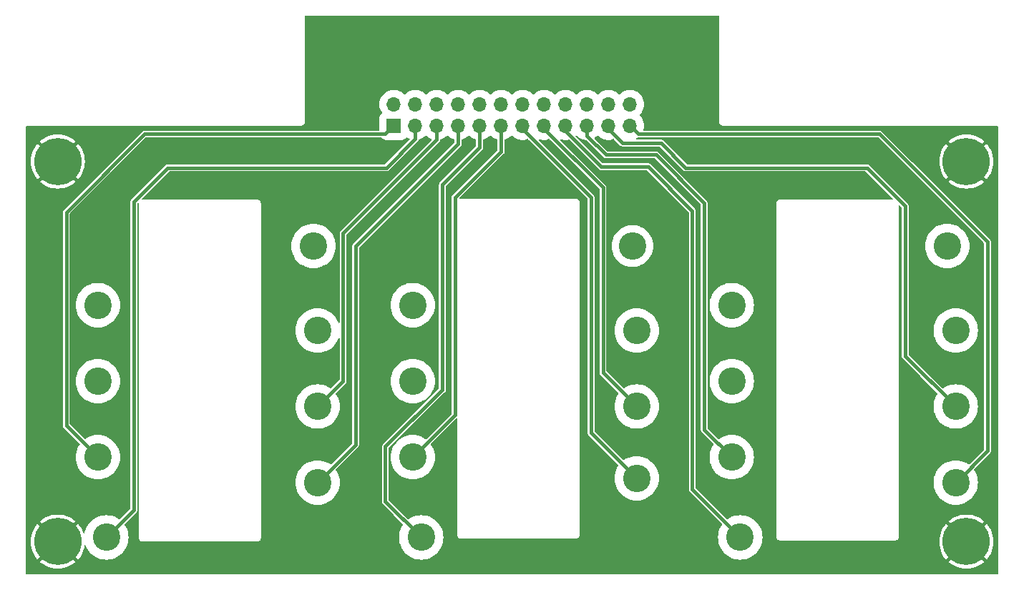
<source format=gbr>
%TF.GenerationSoftware,KiCad,Pcbnew,8.0.4*%
%TF.CreationDate,2024-08-25T20:50:55-04:00*%
%TF.ProjectId,LowerPOGO,4c6f7765-7250-44f4-974f-2e6b69636164,v4*%
%TF.SameCoordinates,Original*%
%TF.FileFunction,Copper,L2,Bot*%
%TF.FilePolarity,Positive*%
%FSLAX46Y46*%
G04 Gerber Fmt 4.6, Leading zero omitted, Abs format (unit mm)*
G04 Created by KiCad (PCBNEW 8.0.4) date 2024-08-25 20:50:55*
%MOMM*%
%LPD*%
G01*
G04 APERTURE LIST*
%TA.AperFunction,ComponentPad*%
%ADD10C,3.250000*%
%TD*%
%TA.AperFunction,ComponentPad*%
%ADD11C,3.600000*%
%TD*%
%TA.AperFunction,ConnectorPad*%
%ADD12C,5.600000*%
%TD*%
%TA.AperFunction,ComponentPad*%
%ADD13R,1.700000X1.700000*%
%TD*%
%TA.AperFunction,ComponentPad*%
%ADD14O,1.700000X1.700000*%
%TD*%
%TA.AperFunction,Conductor*%
%ADD15C,0.400000*%
%TD*%
G04 APERTURE END LIST*
D10*
%TO.P,J13,1,Pin_1*%
%TO.N,Net-(J13-Pin_1)*%
X135250000Y-126500000D03*
%TD*%
%TO.P,J3,1,Pin_1*%
%TO.N,Net-(J25-Pin_3)*%
X124000000Y-138500000D03*
%TD*%
%TO.P,J4,1,Pin_1*%
%TO.N,Net-(J25-Pin_4)*%
X124000000Y-147500000D03*
%TD*%
%TO.P,J9,1,Pin_1*%
%TO.N,Net-(J25-Pin_9)*%
X174000000Y-154000000D03*
%TD*%
D11*
%TO.P,H4,1,1*%
%TO.N,Earth*%
X200750000Y-154500000D03*
D12*
X200750000Y-154500000D03*
%TD*%
D10*
%TO.P,J11,1,Pin_1*%
%TO.N,Net-(J11-Pin_1)*%
X199500000Y-138500000D03*
%TD*%
D11*
%TO.P,H1,1,1*%
%TO.N,Earth*%
X93250000Y-109500000D03*
D12*
X93250000Y-109500000D03*
%TD*%
D11*
%TO.P,H2,1,1*%
%TO.N,Earth*%
X200750000Y-109500000D03*
D12*
X200750000Y-109500000D03*
%TD*%
D11*
%TO.P,H3,1,1*%
%TO.N,Earth*%
X93250000Y-154500000D03*
D12*
X93250000Y-154500000D03*
%TD*%
D10*
%TO.P,J6,1,Pin_1*%
%TO.N,Net-(J25-Pin_6)*%
X135250000Y-144500000D03*
%TD*%
%TO.P,J5,1,Pin_1*%
%TO.N,Net-(J25-Pin_5)*%
X136250000Y-154000000D03*
%TD*%
%TO.P,J18,1,Pin_1*%
%TO.N,Net-(J18-Pin_1)*%
X98000000Y-126500000D03*
%TD*%
%TO.P,J12,1,Pin_1*%
%TO.N,Net-(J12-Pin_1)*%
X199500000Y-147500000D03*
%TD*%
%TO.P,J21,1,Pin_1*%
%TO.N,Net-(J21-Pin_1)*%
X173000000Y-126500000D03*
%TD*%
%TO.P,J16,1,Pin_1*%
%TO.N,Net-(J16-Pin_1)*%
X123500000Y-119500000D03*
%TD*%
%TO.P,J22,1,Pin_1*%
%TO.N,Net-(J22-Pin_1)*%
X173000000Y-135500000D03*
%TD*%
%TO.P,J17,1,Pin_1*%
%TO.N,Net-(J17-Pin_1)*%
X98000000Y-135500000D03*
%TD*%
%TO.P,J1,1,Pin_1*%
%TO.N,Net-(J1-Pin_1)*%
X98000000Y-144500000D03*
%TD*%
%TO.P,J15,1,Pin_1*%
%TO.N,Net-(J15-Pin_1)*%
X124000000Y-129500000D03*
%TD*%
%TO.P,J23,1,Pin_1*%
%TO.N,Net-(J23-Pin_1)*%
X161750000Y-129500000D03*
%TD*%
%TO.P,J2,1,Pin_1*%
%TO.N,Net-(J2-Pin_1)*%
X99000000Y-154000000D03*
%TD*%
%TO.P,J19,1,Pin_1*%
%TO.N,Net-(J19-Pin_1)*%
X198500000Y-119500000D03*
%TD*%
%TO.P,J20,1,Pin_1*%
%TO.N,Net-(J20-Pin_1)*%
X199500000Y-129500000D03*
%TD*%
%TO.P,J14,1,Pin_1*%
%TO.N,Net-(J14-Pin_1)*%
X135250000Y-135500000D03*
%TD*%
%TO.P,J10,1,Pin_1*%
%TO.N,Net-(J10-Pin_1)*%
X173000000Y-144500000D03*
%TD*%
%TO.P,J24,1,Pin_1*%
%TO.N,Net-(J24-Pin_1)*%
X161250000Y-119500000D03*
%TD*%
%TO.P,J7,1,Pin_1*%
%TO.N,Net-(J25-Pin_7)*%
X161750000Y-147000000D03*
%TD*%
%TO.P,J8,1,Pin_1*%
%TO.N,Net-(J25-Pin_8)*%
X161750000Y-138500000D03*
%TD*%
D13*
%TO.P,J25,1,Pin_1*%
%TO.N,Net-(J1-Pin_1)*%
X133000000Y-105250000D03*
D14*
%TO.P,J25,2,Pin_2*%
%TO.N,Net-(J2-Pin_1)*%
X135540000Y-105250000D03*
%TO.P,J25,3,Pin_3*%
%TO.N,Net-(J25-Pin_3)*%
X138080000Y-105250000D03*
%TO.P,J25,4,Pin_4*%
%TO.N,Net-(J25-Pin_4)*%
X140620000Y-105250000D03*
%TO.P,J25,5,Pin_5*%
%TO.N,Net-(J25-Pin_5)*%
X143160000Y-105250000D03*
%TO.P,J25,6,Pin_6*%
%TO.N,Net-(J25-Pin_6)*%
X145700000Y-105250000D03*
%TO.P,J25,7,Pin_7*%
%TO.N,Net-(J25-Pin_7)*%
X148240000Y-105250000D03*
%TO.P,J25,8,Pin_8*%
%TO.N,Net-(J25-Pin_8)*%
X150780000Y-105250000D03*
%TO.P,J25,9,Pin_9*%
%TO.N,Net-(J25-Pin_9)*%
X153320000Y-105250000D03*
%TO.P,J25,10,Pin_10*%
%TO.N,Net-(J10-Pin_1)*%
X155860000Y-105250000D03*
%TO.P,J25,11,Pin_11*%
%TO.N,Net-(J11-Pin_1)*%
X158400000Y-105250000D03*
%TO.P,J25,12,Pin_12*%
%TO.N,Net-(J12-Pin_1)*%
X160940000Y-105250000D03*
%TO.P,J25,13,Pin_13*%
%TO.N,Net-(J13-Pin_1)*%
X133000000Y-102710000D03*
%TO.P,J25,14,Pin_14*%
%TO.N,Net-(J14-Pin_1)*%
X135540000Y-102710000D03*
%TO.P,J25,15,Pin_15*%
%TO.N,Net-(J15-Pin_1)*%
X138080000Y-102710000D03*
%TO.P,J25,16,Pin_16*%
%TO.N,Net-(J16-Pin_1)*%
X140620000Y-102710000D03*
%TO.P,J25,17,Pin_17*%
%TO.N,Net-(J17-Pin_1)*%
X143160000Y-102710000D03*
%TO.P,J25,18,Pin_18*%
%TO.N,Net-(J18-Pin_1)*%
X145700000Y-102710000D03*
%TO.P,J25,19,Pin_19*%
%TO.N,Net-(J19-Pin_1)*%
X148240000Y-102710000D03*
%TO.P,J25,20,Pin_20*%
%TO.N,Net-(J20-Pin_1)*%
X150780000Y-102710000D03*
%TO.P,J25,21,Pin_21*%
%TO.N,Net-(J21-Pin_1)*%
X153320000Y-102710000D03*
%TO.P,J25,22,Pin_22*%
%TO.N,Net-(J22-Pin_1)*%
X155860000Y-102710000D03*
%TO.P,J25,23,Pin_23*%
%TO.N,Net-(J23-Pin_1)*%
X158400000Y-102710000D03*
%TO.P,J25,24,Pin_24*%
%TO.N,Net-(J24-Pin_1)*%
X160940000Y-102710000D03*
%TD*%
D15*
%TO.N,Net-(J25-Pin_9)*%
X157528020Y-110100000D02*
X163100000Y-110100000D01*
X163100000Y-110100000D02*
X168325000Y-115325000D01*
X174000000Y-153950000D02*
X174000000Y-154000000D01*
X153320000Y-105250000D02*
X153320000Y-105891980D01*
X153320000Y-105891980D02*
X157528020Y-110100000D01*
X168325000Y-148275000D02*
X174000000Y-153950000D01*
X168325000Y-115325000D02*
X168325000Y-148275000D01*
%TO.N,Net-(J25-Pin_3)*%
X127000000Y-135500000D02*
X124000000Y-138500000D01*
X138080000Y-106920000D02*
X127000000Y-118000000D01*
X138080000Y-105250000D02*
X138080000Y-106920000D01*
X127000000Y-118000000D02*
X127000000Y-135500000D01*
%TO.N,Net-(J25-Pin_4)*%
X140620000Y-107380000D02*
X128500000Y-119500000D01*
X140620000Y-105250000D02*
X140620000Y-107380000D01*
X128500000Y-119500000D02*
X128500000Y-143000000D01*
X128500000Y-143000000D02*
X124000000Y-147500000D01*
%TO.N,Net-(J1-Pin_1)*%
X133000000Y-105250000D02*
X132000000Y-106250000D01*
X132000000Y-106250000D02*
X103500000Y-106250000D01*
X103500000Y-106250000D02*
X94250000Y-115500000D01*
X94250000Y-140750000D02*
X98000000Y-144500000D01*
X94250000Y-115500000D02*
X94250000Y-140750000D01*
%TO.N,Net-(J2-Pin_1)*%
X132100000Y-110250000D02*
X106250000Y-110250000D01*
X106250000Y-110250000D02*
X102250000Y-114250000D01*
X135540000Y-105250000D02*
X135540000Y-106810000D01*
X102250000Y-150750000D02*
X99000000Y-154000000D01*
X135540000Y-106810000D02*
X132100000Y-110250000D01*
X102250000Y-114250000D02*
X102250000Y-150750000D01*
%TO.N,Net-(J25-Pin_5)*%
X138750000Y-136500000D02*
X132000000Y-143250000D01*
X132000000Y-149750000D02*
X136250000Y-154000000D01*
X143160000Y-105250000D02*
X143160000Y-107840000D01*
X143160000Y-107840000D02*
X138750000Y-112250000D01*
X138750000Y-112250000D02*
X138750000Y-136500000D01*
X132000000Y-143250000D02*
X132000000Y-149750000D01*
%TO.N,Net-(J25-Pin_6)*%
X140250000Y-113750000D02*
X145700000Y-108300000D01*
X135250000Y-144500000D02*
X140250000Y-139500000D01*
X145700000Y-108300000D02*
X145700000Y-105250000D01*
X140250000Y-139500000D02*
X140250000Y-113750000D01*
%TO.N,Net-(J25-Pin_7)*%
X156350000Y-141600000D02*
X161750000Y-147000000D01*
X156350000Y-113719138D02*
X156350000Y-141600000D01*
X148240000Y-105609138D02*
X156350000Y-113719138D01*
X148240000Y-105250000D02*
X148240000Y-105609138D01*
%TO.N,Net-(J25-Pin_8)*%
X150780000Y-105609138D02*
X157750000Y-112579138D01*
X150780000Y-105250000D02*
X150780000Y-105609138D01*
X157750000Y-134500000D02*
X161750000Y-138500000D01*
X157750000Y-112579138D02*
X157750000Y-134500000D01*
%TO.N,Net-(J10-Pin_1)*%
X169725000Y-141225000D02*
X173000000Y-144500000D01*
X155860000Y-106452081D02*
X158107919Y-108700000D01*
X155860000Y-105250000D02*
X155860000Y-106452081D01*
X169725000Y-114400000D02*
X169725000Y-141225000D01*
X164025000Y-108700000D02*
X169725000Y-114400000D01*
X158107919Y-108700000D02*
X164025000Y-108700000D01*
%TO.N,Net-(J11-Pin_1)*%
X167554899Y-110250000D02*
X189000000Y-110250000D01*
X160090862Y-107300000D02*
X164604899Y-107300000D01*
X158400000Y-105609138D02*
X160090862Y-107300000D01*
X193500000Y-114750000D02*
X193500000Y-132500000D01*
X189000000Y-110250000D02*
X193500000Y-114750000D01*
X193500000Y-132500000D02*
X199500000Y-138500000D01*
X158400000Y-105250000D02*
X158400000Y-105609138D01*
X164604899Y-107300000D02*
X167554899Y-110250000D01*
%TO.N,Net-(J12-Pin_1)*%
X160940000Y-105250000D02*
X161940000Y-106250000D01*
X161940000Y-106250000D02*
X190500000Y-106250000D01*
X203250000Y-119000000D02*
X203250000Y-143750000D01*
X203250000Y-143750000D02*
X199500000Y-147500000D01*
X190500000Y-106250000D02*
X203250000Y-119000000D01*
%TD*%
%TA.AperFunction,Conductor*%
%TO.N,Earth*%
G36*
X171477826Y-92272174D02*
G01*
X171499500Y-92324500D01*
X171499500Y-104815894D01*
X171533606Y-104943181D01*
X171533607Y-104943184D01*
X171533608Y-104943186D01*
X171599500Y-105057314D01*
X171692686Y-105150500D01*
X171806814Y-105216392D01*
X171934105Y-105250499D01*
X171934106Y-105250500D01*
X171934108Y-105250500D01*
X172065892Y-105250500D01*
X204425500Y-105250500D01*
X204477826Y-105272174D01*
X204499500Y-105324500D01*
X204499500Y-158288594D01*
X204477826Y-158340920D01*
X204425500Y-158362594D01*
X89574500Y-158362594D01*
X89522174Y-158340920D01*
X89500500Y-158288594D01*
X89500500Y-154500000D01*
X90044958Y-154500000D01*
X90065111Y-154858853D01*
X90065113Y-154858865D01*
X90125313Y-155213184D01*
X90224815Y-155558560D01*
X90362352Y-155890607D01*
X90362363Y-155890628D01*
X90536206Y-156205173D01*
X90536210Y-156205180D01*
X90744199Y-156498313D01*
X90850213Y-156616942D01*
X91985502Y-155481652D01*
X92029588Y-155542330D01*
X92207670Y-155720412D01*
X92268346Y-155764495D01*
X91133055Y-156899786D01*
X91251681Y-157005796D01*
X91544819Y-157213789D01*
X91544826Y-157213793D01*
X91859371Y-157387636D01*
X91859392Y-157387647D01*
X92191439Y-157525184D01*
X92536816Y-157624686D01*
X92536814Y-157624686D01*
X92891134Y-157684886D01*
X92891146Y-157684888D01*
X93250000Y-157705041D01*
X93608853Y-157684888D01*
X93608865Y-157684886D01*
X93963184Y-157624686D01*
X94308560Y-157525184D01*
X94640607Y-157387647D01*
X94640628Y-157387636D01*
X94955173Y-157213793D01*
X94955180Y-157213789D01*
X95248318Y-157005796D01*
X95366942Y-156899786D01*
X95366943Y-156899786D01*
X94231653Y-155764496D01*
X94292330Y-155720412D01*
X94470412Y-155542330D01*
X94514496Y-155481653D01*
X95649786Y-156616943D01*
X95649786Y-156616942D01*
X95755796Y-156498318D01*
X95963789Y-156205180D01*
X95963793Y-156205173D01*
X96137636Y-155890628D01*
X96137647Y-155890607D01*
X96275184Y-155558560D01*
X96374684Y-155213192D01*
X96414051Y-154981486D01*
X96444184Y-154933530D01*
X96499401Y-154920926D01*
X96547357Y-154951059D01*
X96554485Y-154963508D01*
X96670986Y-155222361D01*
X96835306Y-155494180D01*
X97031193Y-155744211D01*
X97255789Y-155968807D01*
X97505820Y-156164694D01*
X97777639Y-156329014D01*
X98067283Y-156459372D01*
X98370528Y-156553867D01*
X98682952Y-156611121D01*
X99000000Y-156630299D01*
X99317048Y-156611121D01*
X99629472Y-156553867D01*
X99932717Y-156459372D01*
X100222361Y-156329014D01*
X100494180Y-156164694D01*
X100744211Y-155968807D01*
X100968807Y-155744211D01*
X101164694Y-155494180D01*
X101329014Y-155222361D01*
X101459372Y-154932717D01*
X101553867Y-154629472D01*
X101611121Y-154317048D01*
X101630299Y-154000000D01*
X101611121Y-153682952D01*
X101553867Y-153370528D01*
X101459372Y-153067283D01*
X101329014Y-152777639D01*
X101164694Y-152505820D01*
X101159385Y-152499044D01*
X101144175Y-152444490D01*
X101165309Y-152401083D01*
X102570480Y-150995913D01*
X102623207Y-150904588D01*
X102650500Y-150802727D01*
X102650500Y-150697273D01*
X102650500Y-114446545D01*
X102672174Y-114394219D01*
X102673174Y-114393219D01*
X102725500Y-114371545D01*
X102777826Y-114393219D01*
X102799500Y-114445545D01*
X102799500Y-154040894D01*
X102833606Y-154168181D01*
X102833607Y-154168184D01*
X102833608Y-154168186D01*
X102899500Y-154282314D01*
X102992686Y-154375500D01*
X103106814Y-154441392D01*
X103234105Y-154475499D01*
X103234106Y-154475500D01*
X103234108Y-154475500D01*
X116865894Y-154475500D01*
X116865894Y-154475499D01*
X116993186Y-154441392D01*
X117107314Y-154375500D01*
X117200500Y-154282314D01*
X117266392Y-154168186D01*
X117300499Y-154040894D01*
X117300500Y-154040894D01*
X117300500Y-119500000D01*
X120869701Y-119500000D01*
X120888878Y-119817046D01*
X120946134Y-120129477D01*
X121040625Y-120432710D01*
X121040627Y-120432715D01*
X121040628Y-120432717D01*
X121170986Y-120722361D01*
X121335306Y-120994180D01*
X121531193Y-121244211D01*
X121755789Y-121468807D01*
X122005820Y-121664694D01*
X122277639Y-121829014D01*
X122567283Y-121959372D01*
X122870528Y-122053867D01*
X123182952Y-122111121D01*
X123500000Y-122130299D01*
X123817048Y-122111121D01*
X124129472Y-122053867D01*
X124432717Y-121959372D01*
X124722361Y-121829014D01*
X124994180Y-121664694D01*
X125244211Y-121468807D01*
X125468807Y-121244211D01*
X125664694Y-120994180D01*
X125829014Y-120722361D01*
X125959372Y-120432717D01*
X126053867Y-120129472D01*
X126111121Y-119817048D01*
X126130299Y-119500000D01*
X126111121Y-119182952D01*
X126053867Y-118870528D01*
X126006619Y-118718905D01*
X125959374Y-118567289D01*
X125959373Y-118567288D01*
X125959372Y-118567283D01*
X125829014Y-118277639D01*
X125664694Y-118005820D01*
X125468807Y-117755789D01*
X125244211Y-117531193D01*
X124994180Y-117335306D01*
X124722361Y-117170986D01*
X124722357Y-117170984D01*
X124722355Y-117170983D01*
X124529527Y-117084199D01*
X124432717Y-117040628D01*
X124432715Y-117040627D01*
X124432710Y-117040625D01*
X124129477Y-116946134D01*
X123817046Y-116888878D01*
X123500000Y-116869701D01*
X123182953Y-116888878D01*
X122870522Y-116946134D01*
X122567289Y-117040625D01*
X122277644Y-117170983D01*
X122277635Y-117170988D01*
X122005819Y-117335306D01*
X121755788Y-117531193D01*
X121531193Y-117755788D01*
X121335306Y-118005819D01*
X121170988Y-118277635D01*
X121170983Y-118277644D01*
X121040625Y-118567289D01*
X120946134Y-118870522D01*
X120888878Y-119182953D01*
X120869701Y-119500000D01*
X117300500Y-119500000D01*
X117300500Y-114434106D01*
X117300499Y-114434105D01*
X117266393Y-114306818D01*
X117266392Y-114306814D01*
X117200500Y-114192686D01*
X117107314Y-114099500D01*
X117052209Y-114067685D01*
X116993190Y-114033610D01*
X116993181Y-114033606D01*
X116865894Y-113999500D01*
X116865892Y-113999500D01*
X103365892Y-113999500D01*
X103245545Y-113999500D01*
X103193219Y-113977826D01*
X103171545Y-113925500D01*
X103193219Y-113873174D01*
X106394219Y-110672174D01*
X106446545Y-110650500D01*
X132152726Y-110650500D01*
X132152727Y-110650500D01*
X132254588Y-110623207D01*
X132345913Y-110570480D01*
X135785910Y-107130481D01*
X135785913Y-107130480D01*
X135860480Y-107055913D01*
X135913207Y-106964587D01*
X135919661Y-106940500D01*
X135920324Y-106938024D01*
X135954797Y-106893090D01*
X135969987Y-106886461D01*
X136159341Y-106828054D01*
X136387620Y-106718121D01*
X136596965Y-106575392D01*
X136759668Y-106424425D01*
X136812767Y-106404724D01*
X136860331Y-106424425D01*
X137023035Y-106575392D01*
X137232380Y-106718121D01*
X137438262Y-106817268D01*
X137463153Y-106829255D01*
X137462539Y-106830527D01*
X137500292Y-106866889D01*
X137501354Y-106923516D01*
X137484794Y-106948811D01*
X126679517Y-117754090D01*
X126626795Y-117845407D01*
X126626793Y-117845411D01*
X126599500Y-117947274D01*
X126599500Y-128533908D01*
X126577826Y-128586234D01*
X126525500Y-128607908D01*
X126473174Y-128586234D01*
X126458020Y-128564280D01*
X126329014Y-128277639D01*
X126164694Y-128005820D01*
X125968807Y-127755789D01*
X125744211Y-127531193D01*
X125494180Y-127335306D01*
X125222361Y-127170986D01*
X125222357Y-127170984D01*
X125222355Y-127170983D01*
X124932710Y-127040625D01*
X124629477Y-126946134D01*
X124317046Y-126888878D01*
X124000000Y-126869701D01*
X123682953Y-126888878D01*
X123370522Y-126946134D01*
X123067289Y-127040625D01*
X122777644Y-127170983D01*
X122777635Y-127170988D01*
X122505819Y-127335306D01*
X122255788Y-127531193D01*
X122031193Y-127755788D01*
X121835306Y-128005819D01*
X121670988Y-128277635D01*
X121670983Y-128277644D01*
X121540625Y-128567289D01*
X121446134Y-128870522D01*
X121388878Y-129182953D01*
X121369701Y-129500000D01*
X121388878Y-129817046D01*
X121446134Y-130129477D01*
X121540625Y-130432710D01*
X121540627Y-130432715D01*
X121540628Y-130432717D01*
X121670986Y-130722361D01*
X121835306Y-130994180D01*
X122031193Y-131244211D01*
X122255789Y-131468807D01*
X122505820Y-131664694D01*
X122777639Y-131829014D01*
X123067283Y-131959372D01*
X123370528Y-132053867D01*
X123682952Y-132111121D01*
X124000000Y-132130299D01*
X124317048Y-132111121D01*
X124629472Y-132053867D01*
X124932717Y-131959372D01*
X125222361Y-131829014D01*
X125494180Y-131664694D01*
X125744211Y-131468807D01*
X125968807Y-131244211D01*
X126164694Y-130994180D01*
X126329014Y-130722361D01*
X126458020Y-130435719D01*
X126499259Y-130396900D01*
X126555870Y-130398610D01*
X126594691Y-130439850D01*
X126599500Y-130466091D01*
X126599500Y-135303455D01*
X126577826Y-135355781D01*
X125598918Y-136334688D01*
X125546592Y-136356362D01*
X125500954Y-136340613D01*
X125494184Y-136335309D01*
X125494183Y-136335308D01*
X125494180Y-136335306D01*
X125222361Y-136170986D01*
X125222357Y-136170984D01*
X125222355Y-136170983D01*
X124932710Y-136040625D01*
X124629477Y-135946134D01*
X124317046Y-135888878D01*
X124000000Y-135869701D01*
X123682953Y-135888878D01*
X123370522Y-135946134D01*
X123067289Y-136040625D01*
X122777644Y-136170983D01*
X122777635Y-136170988D01*
X122505819Y-136335306D01*
X122255788Y-136531193D01*
X122031193Y-136755788D01*
X121835306Y-137005819D01*
X121670988Y-137277635D01*
X121670983Y-137277644D01*
X121540625Y-137567289D01*
X121446134Y-137870522D01*
X121388878Y-138182953D01*
X121369701Y-138500000D01*
X121388878Y-138817046D01*
X121446134Y-139129477D01*
X121540625Y-139432710D01*
X121540627Y-139432715D01*
X121540628Y-139432717D01*
X121670986Y-139722361D01*
X121835306Y-139994180D01*
X122031193Y-140244211D01*
X122255789Y-140468807D01*
X122505820Y-140664694D01*
X122777639Y-140829014D01*
X123067283Y-140959372D01*
X123370528Y-141053867D01*
X123682952Y-141111121D01*
X124000000Y-141130299D01*
X124317048Y-141111121D01*
X124629472Y-141053867D01*
X124932717Y-140959372D01*
X125222361Y-140829014D01*
X125494180Y-140664694D01*
X125744211Y-140468807D01*
X125968807Y-140244211D01*
X126164694Y-139994180D01*
X126329014Y-139722361D01*
X126459372Y-139432717D01*
X126553867Y-139129472D01*
X126611121Y-138817048D01*
X126630299Y-138500000D01*
X126611121Y-138182952D01*
X126553867Y-137870528D01*
X126459372Y-137567283D01*
X126329014Y-137277639D01*
X126164694Y-137005820D01*
X126164689Y-137005814D01*
X126164688Y-137005811D01*
X126159387Y-136999046D01*
X126144175Y-136944490D01*
X126165309Y-136901081D01*
X127245910Y-135820481D01*
X127245913Y-135820480D01*
X127320480Y-135745913D01*
X127373207Y-135654587D01*
X127375192Y-135647178D01*
X127400501Y-135552727D01*
X127400501Y-135447273D01*
X127400501Y-135442744D01*
X127400500Y-135442726D01*
X127400500Y-118196544D01*
X127422173Y-118144219D01*
X138400480Y-107165913D01*
X138453207Y-107074588D01*
X138480500Y-106972727D01*
X138480500Y-106950171D01*
X138502174Y-106897845D01*
X138532687Y-106879459D01*
X138699341Y-106828054D01*
X138927620Y-106718121D01*
X139136965Y-106575392D01*
X139299668Y-106424425D01*
X139352767Y-106404724D01*
X139400331Y-106424425D01*
X139563035Y-106575392D01*
X139772380Y-106718121D01*
X140000659Y-106828054D01*
X140167312Y-106879459D01*
X140210924Y-106915593D01*
X140219500Y-106950171D01*
X140219500Y-107183455D01*
X140197826Y-107235781D01*
X128179517Y-119254090D01*
X128126792Y-119345412D01*
X128126793Y-119345413D01*
X128099500Y-119447273D01*
X128099500Y-142803454D01*
X128077826Y-142855780D01*
X125598917Y-145334688D01*
X125546591Y-145356362D01*
X125500954Y-145340613D01*
X125494185Y-145335310D01*
X125494180Y-145335306D01*
X125494177Y-145335304D01*
X125494174Y-145335302D01*
X125222364Y-145170988D01*
X125222361Y-145170986D01*
X125222357Y-145170984D01*
X125222355Y-145170983D01*
X124932710Y-145040625D01*
X124629477Y-144946134D01*
X124317046Y-144888878D01*
X124000000Y-144869701D01*
X123682953Y-144888878D01*
X123370522Y-144946134D01*
X123067289Y-145040625D01*
X122777644Y-145170983D01*
X122777635Y-145170988D01*
X122505819Y-145335306D01*
X122255788Y-145531193D01*
X122031193Y-145755788D01*
X121835306Y-146005819D01*
X121670988Y-146277635D01*
X121670983Y-146277644D01*
X121540625Y-146567289D01*
X121446134Y-146870522D01*
X121388878Y-147182953D01*
X121369701Y-147500000D01*
X121388878Y-147817046D01*
X121446134Y-148129477D01*
X121540625Y-148432710D01*
X121540627Y-148432715D01*
X121540628Y-148432717D01*
X121670986Y-148722361D01*
X121835306Y-148994180D01*
X122031193Y-149244211D01*
X122255789Y-149468807D01*
X122505820Y-149664694D01*
X122777639Y-149829014D01*
X123067283Y-149959372D01*
X123370528Y-150053867D01*
X123682952Y-150111121D01*
X124000000Y-150130299D01*
X124317048Y-150111121D01*
X124629472Y-150053867D01*
X124932717Y-149959372D01*
X125222361Y-149829014D01*
X125494180Y-149664694D01*
X125744211Y-149468807D01*
X125968807Y-149244211D01*
X126164694Y-148994180D01*
X126329014Y-148722361D01*
X126459372Y-148432717D01*
X126553867Y-148129472D01*
X126611121Y-147817048D01*
X126630299Y-147500000D01*
X126611121Y-147182952D01*
X126553867Y-146870528D01*
X126459372Y-146567283D01*
X126329014Y-146277639D01*
X126164694Y-146005820D01*
X126159385Y-145999044D01*
X126144175Y-145944490D01*
X126165309Y-145901082D01*
X128820480Y-143245913D01*
X128873207Y-143154588D01*
X128900500Y-143052727D01*
X128900500Y-142947273D01*
X128900500Y-135500000D01*
X132619701Y-135500000D01*
X132638878Y-135817046D01*
X132696134Y-136129477D01*
X132790625Y-136432710D01*
X132890482Y-136654585D01*
X132920986Y-136722361D01*
X133085306Y-136994180D01*
X133281193Y-137244211D01*
X133505789Y-137468807D01*
X133755820Y-137664694D01*
X134027639Y-137829014D01*
X134317283Y-137959372D01*
X134620528Y-138053867D01*
X134932952Y-138111121D01*
X135250000Y-138130299D01*
X135567048Y-138111121D01*
X135879472Y-138053867D01*
X136182717Y-137959372D01*
X136472361Y-137829014D01*
X136744180Y-137664694D01*
X136994211Y-137468807D01*
X137218807Y-137244211D01*
X137414694Y-136994180D01*
X137579014Y-136722361D01*
X137709372Y-136432717D01*
X137803867Y-136129472D01*
X137861121Y-135817048D01*
X137880299Y-135500000D01*
X137861121Y-135182952D01*
X137803867Y-134870528D01*
X137709372Y-134567283D01*
X137579014Y-134277639D01*
X137414694Y-134005820D01*
X137218807Y-133755789D01*
X136994211Y-133531193D01*
X136744180Y-133335306D01*
X136472361Y-133170986D01*
X136472357Y-133170984D01*
X136472355Y-133170983D01*
X136182710Y-133040625D01*
X135879477Y-132946134D01*
X135567046Y-132888878D01*
X135250000Y-132869701D01*
X134932953Y-132888878D01*
X134620522Y-132946134D01*
X134317289Y-133040625D01*
X134027644Y-133170983D01*
X134027635Y-133170988D01*
X133755819Y-133335306D01*
X133505788Y-133531193D01*
X133281193Y-133755788D01*
X133085306Y-134005819D01*
X132920988Y-134277635D01*
X132920983Y-134277644D01*
X132790625Y-134567289D01*
X132696134Y-134870522D01*
X132638878Y-135182953D01*
X132619701Y-135500000D01*
X128900500Y-135500000D01*
X128900500Y-126500000D01*
X132619701Y-126500000D01*
X132638878Y-126817046D01*
X132696134Y-127129477D01*
X132790625Y-127432710D01*
X132790627Y-127432715D01*
X132790628Y-127432717D01*
X132920986Y-127722361D01*
X133085306Y-127994180D01*
X133281193Y-128244211D01*
X133505789Y-128468807D01*
X133755820Y-128664694D01*
X134027639Y-128829014D01*
X134317283Y-128959372D01*
X134620528Y-129053867D01*
X134932952Y-129111121D01*
X135250000Y-129130299D01*
X135567048Y-129111121D01*
X135879472Y-129053867D01*
X136182717Y-128959372D01*
X136472361Y-128829014D01*
X136744180Y-128664694D01*
X136994211Y-128468807D01*
X137218807Y-128244211D01*
X137414694Y-127994180D01*
X137579014Y-127722361D01*
X137709372Y-127432717D01*
X137803867Y-127129472D01*
X137861121Y-126817048D01*
X137880299Y-126500000D01*
X137861121Y-126182952D01*
X137803867Y-125870528D01*
X137709372Y-125567283D01*
X137579014Y-125277639D01*
X137414694Y-125005820D01*
X137218807Y-124755789D01*
X136994211Y-124531193D01*
X136744180Y-124335306D01*
X136472361Y-124170986D01*
X136472357Y-124170984D01*
X136472355Y-124170983D01*
X136182710Y-124040625D01*
X135879477Y-123946134D01*
X135567046Y-123888878D01*
X135250000Y-123869701D01*
X134932953Y-123888878D01*
X134620522Y-123946134D01*
X134317289Y-124040625D01*
X134027644Y-124170983D01*
X134027635Y-124170988D01*
X133755819Y-124335306D01*
X133505788Y-124531193D01*
X133281193Y-124755788D01*
X133085306Y-125005819D01*
X132920988Y-125277635D01*
X132920983Y-125277644D01*
X132790625Y-125567289D01*
X132696134Y-125870522D01*
X132638878Y-126182953D01*
X132619701Y-126500000D01*
X128900500Y-126500000D01*
X128900500Y-119696545D01*
X128922174Y-119644219D01*
X134899982Y-113666411D01*
X140940480Y-107625913D01*
X140993206Y-107534588D01*
X140993207Y-107534587D01*
X141020500Y-107432727D01*
X141020500Y-106950171D01*
X141042174Y-106897845D01*
X141072687Y-106879459D01*
X141239341Y-106828054D01*
X141467620Y-106718121D01*
X141676965Y-106575392D01*
X141839668Y-106424425D01*
X141892767Y-106404724D01*
X141940331Y-106424425D01*
X142103035Y-106575392D01*
X142312380Y-106718121D01*
X142540659Y-106828054D01*
X142707312Y-106879459D01*
X142750924Y-106915593D01*
X142759500Y-106950171D01*
X142759500Y-107643455D01*
X142737826Y-107695781D01*
X138429517Y-112004090D01*
X138376792Y-112095412D01*
X138376793Y-112095413D01*
X138349500Y-112197273D01*
X138349500Y-136303455D01*
X138327826Y-136355781D01*
X131679517Y-143004090D01*
X131626795Y-143095407D01*
X131626791Y-143095416D01*
X131610936Y-143154587D01*
X131610937Y-143154588D01*
X131599500Y-143197273D01*
X131599500Y-149697273D01*
X131599500Y-149802727D01*
X131606544Y-149829016D01*
X131626793Y-149904588D01*
X131626795Y-149904592D01*
X131679517Y-149995909D01*
X131679518Y-149995910D01*
X131679520Y-149995913D01*
X132978566Y-151294958D01*
X134084689Y-152401081D01*
X134106363Y-152453407D01*
X134090616Y-152499041D01*
X134088549Y-152501681D01*
X134085305Y-152505821D01*
X133920988Y-152777635D01*
X133920983Y-152777644D01*
X133790625Y-153067289D01*
X133696134Y-153370522D01*
X133638878Y-153682953D01*
X133619701Y-154000000D01*
X133638878Y-154317046D01*
X133696134Y-154629477D01*
X133790625Y-154932710D01*
X133916855Y-155213184D01*
X133920986Y-155222361D01*
X134085306Y-155494180D01*
X134281193Y-155744211D01*
X134505789Y-155968807D01*
X134755820Y-156164694D01*
X135027639Y-156329014D01*
X135317283Y-156459372D01*
X135620528Y-156553867D01*
X135932952Y-156611121D01*
X136250000Y-156630299D01*
X136567048Y-156611121D01*
X136879472Y-156553867D01*
X137182717Y-156459372D01*
X137472361Y-156329014D01*
X137744180Y-156164694D01*
X137994211Y-155968807D01*
X138218807Y-155744211D01*
X138414694Y-155494180D01*
X138579014Y-155222361D01*
X138709372Y-154932717D01*
X138803867Y-154629472D01*
X138861121Y-154317048D01*
X138880299Y-154000000D01*
X138861121Y-153682952D01*
X138803867Y-153370528D01*
X138709372Y-153067283D01*
X138579014Y-152777639D01*
X138414694Y-152505820D01*
X138218807Y-152255789D01*
X137994211Y-152031193D01*
X137744180Y-151835306D01*
X137472361Y-151670986D01*
X137472357Y-151670984D01*
X137472355Y-151670983D01*
X137182710Y-151540625D01*
X136879477Y-151446134D01*
X136567046Y-151388878D01*
X136250000Y-151369701D01*
X135932953Y-151388878D01*
X135620522Y-151446134D01*
X135317289Y-151540625D01*
X135027644Y-151670983D01*
X135027635Y-151670988D01*
X134755821Y-151835305D01*
X134755820Y-151835306D01*
X134749041Y-151840616D01*
X134694486Y-151855823D01*
X134651081Y-151834689D01*
X132422174Y-149605781D01*
X132400500Y-149553455D01*
X132400500Y-143446543D01*
X132422173Y-143394218D01*
X138995910Y-136820481D01*
X138995913Y-136820480D01*
X139070480Y-136745913D01*
X139123207Y-136654587D01*
X139130082Y-136628929D01*
X139150501Y-136552727D01*
X139150501Y-136447273D01*
X139150501Y-136442744D01*
X139150500Y-136442726D01*
X139150500Y-112446544D01*
X139172173Y-112394219D01*
X143480480Y-108085913D01*
X143533207Y-107994588D01*
X143560500Y-107892727D01*
X143560500Y-107787273D01*
X143560500Y-106950171D01*
X143582174Y-106897845D01*
X143612687Y-106879459D01*
X143779341Y-106828054D01*
X144007620Y-106718121D01*
X144216965Y-106575392D01*
X144379668Y-106424425D01*
X144432767Y-106404724D01*
X144480331Y-106424425D01*
X144643035Y-106575392D01*
X144852380Y-106718121D01*
X145080659Y-106828054D01*
X145247312Y-106879459D01*
X145290924Y-106915593D01*
X145299500Y-106950171D01*
X145299500Y-108103455D01*
X145277826Y-108155781D01*
X139929517Y-113504090D01*
X139876792Y-113595412D01*
X139876793Y-113595413D01*
X139849500Y-113697273D01*
X139849500Y-139303454D01*
X139827826Y-139355780D01*
X136848917Y-142334688D01*
X136796591Y-142356362D01*
X136750954Y-142340613D01*
X136744185Y-142335310D01*
X136744184Y-142335309D01*
X136744180Y-142335306D01*
X136744177Y-142335304D01*
X136744174Y-142335302D01*
X136472364Y-142170988D01*
X136472361Y-142170986D01*
X136472357Y-142170984D01*
X136472355Y-142170983D01*
X136182710Y-142040625D01*
X135879477Y-141946134D01*
X135567046Y-141888878D01*
X135250000Y-141869701D01*
X134932953Y-141888878D01*
X134620522Y-141946134D01*
X134317289Y-142040625D01*
X134027644Y-142170983D01*
X134027635Y-142170988D01*
X133755819Y-142335306D01*
X133505788Y-142531193D01*
X133281193Y-142755788D01*
X133085306Y-143005819D01*
X132920988Y-143277635D01*
X132920983Y-143277644D01*
X132790625Y-143567289D01*
X132696134Y-143870522D01*
X132638878Y-144182953D01*
X132619701Y-144500000D01*
X132638878Y-144817046D01*
X132696134Y-145129477D01*
X132790625Y-145432710D01*
X132790627Y-145432715D01*
X132790628Y-145432717D01*
X132920986Y-145722361D01*
X133085306Y-145994180D01*
X133281193Y-146244211D01*
X133505789Y-146468807D01*
X133755820Y-146664694D01*
X134027639Y-146829014D01*
X134317283Y-146959372D01*
X134620528Y-147053867D01*
X134932952Y-147111121D01*
X135250000Y-147130299D01*
X135567048Y-147111121D01*
X135879472Y-147053867D01*
X136182717Y-146959372D01*
X136472361Y-146829014D01*
X136744180Y-146664694D01*
X136994211Y-146468807D01*
X137218807Y-146244211D01*
X137414694Y-145994180D01*
X137579014Y-145722361D01*
X137709372Y-145432717D01*
X137803867Y-145129472D01*
X137861121Y-144817048D01*
X137880299Y-144500000D01*
X137861121Y-144182952D01*
X137803867Y-143870528D01*
X137709372Y-143567283D01*
X137579014Y-143277639D01*
X137414694Y-143005820D01*
X137409385Y-142999044D01*
X137394175Y-142944490D01*
X137415309Y-142901082D01*
X140373175Y-139943217D01*
X140425500Y-139921544D01*
X140477826Y-139943218D01*
X140499500Y-139995544D01*
X140499500Y-153690894D01*
X140533606Y-153818181D01*
X140533610Y-153818190D01*
X140599500Y-153932314D01*
X140692686Y-154025500D01*
X140806814Y-154091392D01*
X140934105Y-154125499D01*
X140934106Y-154125500D01*
X140934108Y-154125500D01*
X154565894Y-154125500D01*
X154565894Y-154125499D01*
X154693186Y-154091392D01*
X154807314Y-154025500D01*
X154900500Y-153932314D01*
X154966392Y-153818186D01*
X155000499Y-153690894D01*
X155000500Y-153690894D01*
X155000500Y-114309106D01*
X155000499Y-114309105D01*
X154966392Y-114181815D01*
X154966390Y-114181812D01*
X154900500Y-114067686D01*
X154807314Y-113974500D01*
X154705804Y-113915893D01*
X154693190Y-113908610D01*
X154693181Y-113908606D01*
X154565894Y-113874500D01*
X154565892Y-113874500D01*
X141065892Y-113874500D01*
X140934108Y-113874500D01*
X140869997Y-113891678D01*
X140813845Y-113884285D01*
X140779366Y-113839351D01*
X140786759Y-113783199D01*
X140798515Y-113767877D01*
X146020480Y-108545913D01*
X146073207Y-108454588D01*
X146100500Y-108352727D01*
X146100500Y-108247273D01*
X146100500Y-106950171D01*
X146122174Y-106897845D01*
X146152687Y-106879459D01*
X146319341Y-106828054D01*
X146547620Y-106718121D01*
X146756965Y-106575392D01*
X146919668Y-106424425D01*
X146972767Y-106404724D01*
X147020331Y-106424425D01*
X147183035Y-106575392D01*
X147392380Y-106718121D01*
X147620659Y-106828054D01*
X147731393Y-106862211D01*
X147862773Y-106902737D01*
X147862772Y-106902737D01*
X148094844Y-106937716D01*
X148113315Y-106940500D01*
X148113317Y-106940500D01*
X148366683Y-106940500D01*
X148366685Y-106940500D01*
X148617226Y-106902737D01*
X148842093Y-106833374D01*
X148898480Y-106838661D01*
X148916229Y-106851760D01*
X155927826Y-113863357D01*
X155949500Y-113915683D01*
X155949500Y-141547273D01*
X155949500Y-141652727D01*
X155976793Y-141754588D01*
X155976795Y-141754592D01*
X156029517Y-141845909D01*
X156029518Y-141845910D01*
X156029520Y-141845913D01*
X157880880Y-143697273D01*
X159584688Y-145401081D01*
X159606362Y-145453407D01*
X159590615Y-145499042D01*
X159585313Y-145505809D01*
X159585309Y-145505815D01*
X159420988Y-145777635D01*
X159420983Y-145777644D01*
X159290625Y-146067289D01*
X159196134Y-146370522D01*
X159138878Y-146682953D01*
X159119701Y-147000000D01*
X159138878Y-147317046D01*
X159196134Y-147629477D01*
X159290625Y-147932710D01*
X159370014Y-148109107D01*
X159420986Y-148222361D01*
X159585306Y-148494180D01*
X159781193Y-148744211D01*
X160005789Y-148968807D01*
X160255820Y-149164694D01*
X160527639Y-149329014D01*
X160817283Y-149459372D01*
X160817288Y-149459373D01*
X160817289Y-149459374D01*
X160847561Y-149468807D01*
X161120528Y-149553867D01*
X161432952Y-149611121D01*
X161750000Y-149630299D01*
X162067048Y-149611121D01*
X162379472Y-149553867D01*
X162682717Y-149459372D01*
X162972361Y-149329014D01*
X163244180Y-149164694D01*
X163494211Y-148968807D01*
X163718807Y-148744211D01*
X163914694Y-148494180D01*
X164079014Y-148222361D01*
X164209372Y-147932717D01*
X164303867Y-147629472D01*
X164361121Y-147317048D01*
X164380299Y-147000000D01*
X164361121Y-146682952D01*
X164303867Y-146370528D01*
X164209372Y-146067283D01*
X164079014Y-145777639D01*
X163914694Y-145505820D01*
X163718807Y-145255789D01*
X163494211Y-145031193D01*
X163244180Y-144835306D01*
X162972361Y-144670986D01*
X162972357Y-144670984D01*
X162972355Y-144670983D01*
X162682710Y-144540625D01*
X162379477Y-144446134D01*
X162067046Y-144388878D01*
X161750000Y-144369701D01*
X161432953Y-144388878D01*
X161120522Y-144446134D01*
X160817289Y-144540625D01*
X160527644Y-144670983D01*
X160527635Y-144670988D01*
X160255815Y-144835309D01*
X160255809Y-144835313D01*
X160249042Y-144840615D01*
X160194484Y-144855822D01*
X160151081Y-144834688D01*
X156772174Y-141455781D01*
X156750500Y-141403455D01*
X156750500Y-113666412D01*
X156750500Y-113666411D01*
X156723207Y-113564550D01*
X156670480Y-113473225D01*
X150175925Y-106978670D01*
X150154251Y-106926344D01*
X150175925Y-106874018D01*
X150228251Y-106852344D01*
X150250063Y-106855632D01*
X150402773Y-106902737D01*
X150402772Y-106902737D01*
X150634844Y-106937716D01*
X150653315Y-106940500D01*
X150653317Y-106940500D01*
X150906683Y-106940500D01*
X150906685Y-106940500D01*
X151157226Y-106902737D01*
X151382093Y-106833374D01*
X151438480Y-106838661D01*
X151456229Y-106851760D01*
X157327826Y-112723356D01*
X157349500Y-112775682D01*
X157349500Y-134447273D01*
X157349500Y-134552727D01*
X157353402Y-134567289D01*
X157376793Y-134654588D01*
X157376795Y-134654592D01*
X157429517Y-134745909D01*
X157429518Y-134745910D01*
X157429520Y-134745913D01*
X158510176Y-135826569D01*
X159584688Y-136901081D01*
X159606362Y-136953407D01*
X159590615Y-136999042D01*
X159585313Y-137005809D01*
X159585309Y-137005815D01*
X159420988Y-137277635D01*
X159420983Y-137277644D01*
X159290625Y-137567289D01*
X159196134Y-137870522D01*
X159138878Y-138182953D01*
X159119701Y-138500000D01*
X159138878Y-138817046D01*
X159196134Y-139129477D01*
X159290625Y-139432710D01*
X159290627Y-139432715D01*
X159290628Y-139432717D01*
X159420986Y-139722361D01*
X159585306Y-139994180D01*
X159781193Y-140244211D01*
X160005789Y-140468807D01*
X160255820Y-140664694D01*
X160527639Y-140829014D01*
X160817283Y-140959372D01*
X161120528Y-141053867D01*
X161432952Y-141111121D01*
X161750000Y-141130299D01*
X162067048Y-141111121D01*
X162379472Y-141053867D01*
X162682717Y-140959372D01*
X162972361Y-140829014D01*
X163244180Y-140664694D01*
X163494211Y-140468807D01*
X163718807Y-140244211D01*
X163914694Y-139994180D01*
X164079014Y-139722361D01*
X164209372Y-139432717D01*
X164303867Y-139129472D01*
X164361121Y-138817048D01*
X164380299Y-138500000D01*
X164361121Y-138182952D01*
X164303867Y-137870528D01*
X164209372Y-137567283D01*
X164079014Y-137277639D01*
X163914694Y-137005820D01*
X163718807Y-136755789D01*
X163494211Y-136531193D01*
X163244180Y-136335306D01*
X162972361Y-136170986D01*
X162972357Y-136170984D01*
X162972355Y-136170983D01*
X162682710Y-136040625D01*
X162379477Y-135946134D01*
X162067046Y-135888878D01*
X161750000Y-135869701D01*
X161432953Y-135888878D01*
X161120522Y-135946134D01*
X160817289Y-136040625D01*
X160527644Y-136170983D01*
X160527635Y-136170988D01*
X160255815Y-136335309D01*
X160255809Y-136335313D01*
X160249042Y-136340615D01*
X160194484Y-136355822D01*
X160151081Y-136334688D01*
X158172174Y-134355781D01*
X158150500Y-134303455D01*
X158150500Y-129500000D01*
X159119701Y-129500000D01*
X159138878Y-129817046D01*
X159196134Y-130129477D01*
X159290625Y-130432710D01*
X159290627Y-130432715D01*
X159290628Y-130432717D01*
X159420986Y-130722361D01*
X159585306Y-130994180D01*
X159781193Y-131244211D01*
X160005789Y-131468807D01*
X160255820Y-131664694D01*
X160527639Y-131829014D01*
X160817283Y-131959372D01*
X161120528Y-132053867D01*
X161432952Y-132111121D01*
X161750000Y-132130299D01*
X162067048Y-132111121D01*
X162379472Y-132053867D01*
X162682717Y-131959372D01*
X162972361Y-131829014D01*
X163244180Y-131664694D01*
X163494211Y-131468807D01*
X163718807Y-131244211D01*
X163914694Y-130994180D01*
X164079014Y-130722361D01*
X164209372Y-130432717D01*
X164303867Y-130129472D01*
X164361121Y-129817048D01*
X164380299Y-129500000D01*
X164361121Y-129182952D01*
X164303867Y-128870528D01*
X164209372Y-128567283D01*
X164079014Y-128277639D01*
X163914694Y-128005820D01*
X163718807Y-127755789D01*
X163494211Y-127531193D01*
X163244180Y-127335306D01*
X162972361Y-127170986D01*
X162972357Y-127170984D01*
X162972355Y-127170983D01*
X162682710Y-127040625D01*
X162379477Y-126946134D01*
X162067046Y-126888878D01*
X161750000Y-126869701D01*
X161432953Y-126888878D01*
X161120522Y-126946134D01*
X160817289Y-127040625D01*
X160527644Y-127170983D01*
X160527635Y-127170988D01*
X160255819Y-127335306D01*
X160005788Y-127531193D01*
X159781193Y-127755788D01*
X159585306Y-128005819D01*
X159420988Y-128277635D01*
X159420983Y-128277644D01*
X159290625Y-128567289D01*
X159196134Y-128870522D01*
X159138878Y-129182953D01*
X159119701Y-129500000D01*
X158150500Y-129500000D01*
X158150500Y-119500000D01*
X158779625Y-119500000D01*
X158799104Y-119809611D01*
X158799107Y-119809633D01*
X158857233Y-120114347D01*
X158857236Y-120114359D01*
X158953099Y-120409397D01*
X158953101Y-120409403D01*
X159085194Y-120690113D01*
X159251416Y-120952036D01*
X159251425Y-120952050D01*
X159286278Y-120994180D01*
X159449172Y-121191086D01*
X159449176Y-121191091D01*
X159663672Y-121392515D01*
X159675324Y-121403457D01*
X159926307Y-121585807D01*
X160198165Y-121735262D01*
X160280578Y-121767891D01*
X160486597Y-121849461D01*
X160486609Y-121849464D01*
X160486612Y-121849466D01*
X160486615Y-121849466D01*
X160486619Y-121849468D01*
X160627466Y-121885631D01*
X160787098Y-121926618D01*
X161094884Y-121965500D01*
X161094888Y-121965500D01*
X161405112Y-121965500D01*
X161405116Y-121965500D01*
X161712902Y-121926618D01*
X162013388Y-121849466D01*
X162013395Y-121849463D01*
X162013402Y-121849461D01*
X162132544Y-121802288D01*
X162301835Y-121735262D01*
X162573693Y-121585807D01*
X162824676Y-121403457D01*
X163050826Y-121191088D01*
X163248575Y-120952050D01*
X163414806Y-120690112D01*
X163546897Y-120409406D01*
X163642764Y-120114357D01*
X163700895Y-119809620D01*
X163720375Y-119500000D01*
X163700895Y-119190380D01*
X163654521Y-118947274D01*
X163642766Y-118885652D01*
X163642763Y-118885640D01*
X163546900Y-118590602D01*
X163546898Y-118590596D01*
X163414805Y-118309886D01*
X163248583Y-118047963D01*
X163248575Y-118047950D01*
X163050826Y-117808912D01*
X163050823Y-117808908D01*
X162824676Y-117596543D01*
X162824674Y-117596541D01*
X162573698Y-117414196D01*
X162301835Y-117264738D01*
X162301828Y-117264735D01*
X162013402Y-117150538D01*
X162013380Y-117150531D01*
X161712904Y-117073382D01*
X161610306Y-117060421D01*
X161405116Y-117034500D01*
X161094884Y-117034500D01*
X160919006Y-117056718D01*
X160787095Y-117073382D01*
X160486619Y-117150531D01*
X160486597Y-117150538D01*
X160198171Y-117264735D01*
X160198164Y-117264738D01*
X159926301Y-117414196D01*
X159675325Y-117596541D01*
X159675323Y-117596543D01*
X159449176Y-117808908D01*
X159449172Y-117808913D01*
X159251428Y-118047946D01*
X159251416Y-118047963D01*
X159085194Y-118309886D01*
X158953101Y-118590596D01*
X158953099Y-118590602D01*
X158857236Y-118885640D01*
X158857233Y-118885652D01*
X158799107Y-119190366D01*
X158799104Y-119190388D01*
X158779625Y-119500000D01*
X158150500Y-119500000D01*
X158150500Y-112637836D01*
X158150501Y-112637823D01*
X158150501Y-112526410D01*
X158150500Y-112526409D01*
X158123208Y-112424554D01*
X158123207Y-112424553D01*
X158123207Y-112424551D01*
X158111681Y-112404588D01*
X158070480Y-112333225D01*
X157995913Y-112258658D01*
X157993334Y-112256079D01*
X157993323Y-112256069D01*
X152715925Y-106978670D01*
X152694251Y-106926344D01*
X152715925Y-106874018D01*
X152768251Y-106852344D01*
X152790063Y-106855632D01*
X152942773Y-106902737D01*
X152942772Y-106902737D01*
X153174844Y-106937716D01*
X153193315Y-106940500D01*
X153193317Y-106940500D01*
X153446683Y-106940500D01*
X153446685Y-106940500D01*
X153697219Y-106902738D01*
X153697220Y-106902738D01*
X153697220Y-106902737D01*
X153697226Y-106902737D01*
X153705922Y-106900054D01*
X153762310Y-106905336D01*
X153780065Y-106918438D01*
X157282107Y-110420480D01*
X157373432Y-110473207D01*
X157475293Y-110500500D01*
X157580747Y-110500500D01*
X162903455Y-110500500D01*
X162955781Y-110522174D01*
X167902826Y-115469219D01*
X167924500Y-115521545D01*
X167924500Y-148222273D01*
X167924500Y-148327727D01*
X167951793Y-148429588D01*
X167951795Y-148429592D01*
X168004517Y-148520909D01*
X168004518Y-148520910D01*
X168004520Y-148520913D01*
X170037061Y-150553454D01*
X171856652Y-152373045D01*
X171878326Y-152425371D01*
X171862579Y-152471007D01*
X171835308Y-152505817D01*
X171835306Y-152505820D01*
X171835303Y-152505825D01*
X171670988Y-152777635D01*
X171670983Y-152777644D01*
X171540625Y-153067289D01*
X171446134Y-153370522D01*
X171388878Y-153682953D01*
X171369701Y-154000000D01*
X171388878Y-154317046D01*
X171446134Y-154629477D01*
X171540625Y-154932710D01*
X171666855Y-155213184D01*
X171670986Y-155222361D01*
X171835306Y-155494180D01*
X172031193Y-155744211D01*
X172255789Y-155968807D01*
X172505820Y-156164694D01*
X172777639Y-156329014D01*
X173067283Y-156459372D01*
X173370528Y-156553867D01*
X173682952Y-156611121D01*
X174000000Y-156630299D01*
X174317048Y-156611121D01*
X174629472Y-156553867D01*
X174932717Y-156459372D01*
X175222361Y-156329014D01*
X175494180Y-156164694D01*
X175744211Y-155968807D01*
X175968807Y-155744211D01*
X176164694Y-155494180D01*
X176329014Y-155222361D01*
X176459372Y-154932717D01*
X176553867Y-154629472D01*
X176577594Y-154500000D01*
X197544958Y-154500000D01*
X197565111Y-154858853D01*
X197565113Y-154858865D01*
X197625313Y-155213184D01*
X197724815Y-155558560D01*
X197862352Y-155890607D01*
X197862363Y-155890628D01*
X198036206Y-156205173D01*
X198036210Y-156205180D01*
X198244199Y-156498313D01*
X198350213Y-156616942D01*
X199485502Y-155481652D01*
X199529588Y-155542330D01*
X199707670Y-155720412D01*
X199768346Y-155764495D01*
X198633055Y-156899786D01*
X198751681Y-157005796D01*
X199044819Y-157213789D01*
X199044826Y-157213793D01*
X199359371Y-157387636D01*
X199359392Y-157387647D01*
X199691439Y-157525184D01*
X200036816Y-157624686D01*
X200036814Y-157624686D01*
X200391134Y-157684886D01*
X200391146Y-157684888D01*
X200750000Y-157705041D01*
X201108853Y-157684888D01*
X201108865Y-157684886D01*
X201463184Y-157624686D01*
X201808560Y-157525184D01*
X202140607Y-157387647D01*
X202140628Y-157387636D01*
X202455173Y-157213793D01*
X202455180Y-157213789D01*
X202748318Y-157005796D01*
X202866942Y-156899786D01*
X202866943Y-156899786D01*
X201731653Y-155764496D01*
X201792330Y-155720412D01*
X201970412Y-155542330D01*
X202014496Y-155481653D01*
X203149786Y-156616943D01*
X203149786Y-156616942D01*
X203255796Y-156498318D01*
X203463789Y-156205180D01*
X203463793Y-156205173D01*
X203637636Y-155890628D01*
X203637647Y-155890607D01*
X203775184Y-155558560D01*
X203874686Y-155213184D01*
X203934886Y-154858865D01*
X203934888Y-154858853D01*
X203955041Y-154500000D01*
X203934888Y-154141146D01*
X203934886Y-154141134D01*
X203874686Y-153786815D01*
X203775184Y-153441439D01*
X203637647Y-153109392D01*
X203637636Y-153109371D01*
X203463793Y-152794826D01*
X203463789Y-152794819D01*
X203255796Y-152501681D01*
X203149786Y-152383056D01*
X203149786Y-152383055D01*
X202014495Y-153518345D01*
X201970412Y-153457670D01*
X201792330Y-153279588D01*
X201731652Y-153235502D01*
X202866942Y-152100213D01*
X202748313Y-151994199D01*
X202455180Y-151786210D01*
X202455173Y-151786206D01*
X202140628Y-151612363D01*
X202140607Y-151612352D01*
X201808560Y-151474815D01*
X201463183Y-151375313D01*
X201463185Y-151375313D01*
X201108865Y-151315113D01*
X201108853Y-151315111D01*
X200750000Y-151294958D01*
X200391146Y-151315111D01*
X200391134Y-151315113D01*
X200036815Y-151375313D01*
X199691439Y-151474815D01*
X199359392Y-151612352D01*
X199359371Y-151612363D01*
X199044826Y-151786206D01*
X199044819Y-151786210D01*
X198751686Y-151994199D01*
X198633055Y-152100212D01*
X199768346Y-153235503D01*
X199707670Y-153279588D01*
X199529588Y-153457670D01*
X199485503Y-153518346D01*
X198350212Y-152383055D01*
X198244199Y-152501686D01*
X198036210Y-152794819D01*
X198036206Y-152794826D01*
X197862363Y-153109371D01*
X197862352Y-153109392D01*
X197724815Y-153441439D01*
X197625313Y-153786815D01*
X197565113Y-154141134D01*
X197565111Y-154141146D01*
X197544958Y-154500000D01*
X176577594Y-154500000D01*
X176611121Y-154317048D01*
X176630299Y-154000000D01*
X176611121Y-153682952D01*
X176553867Y-153370528D01*
X176459372Y-153067283D01*
X176329014Y-152777639D01*
X176164694Y-152505820D01*
X175968807Y-152255789D01*
X175744211Y-152031193D01*
X175494180Y-151835306D01*
X175222361Y-151670986D01*
X175222357Y-151670984D01*
X175222355Y-151670983D01*
X174932710Y-151540625D01*
X174629477Y-151446134D01*
X174317046Y-151388878D01*
X174000000Y-151369701D01*
X173682953Y-151388878D01*
X173370522Y-151446134D01*
X173067289Y-151540625D01*
X172777644Y-151670983D01*
X172777635Y-151670988D01*
X172602936Y-151776597D01*
X172587042Y-151786206D01*
X172521704Y-151825704D01*
X172465712Y-151834226D01*
X172431095Y-151814702D01*
X168747174Y-148130781D01*
X168725500Y-148078455D01*
X168725500Y-115272273D01*
X168698207Y-115170413D01*
X168698207Y-115170412D01*
X168645482Y-115079090D01*
X168645481Y-115079089D01*
X168645480Y-115079087D01*
X163345913Y-109779520D01*
X163345910Y-109779518D01*
X163345909Y-109779517D01*
X163254592Y-109726795D01*
X163254588Y-109726793D01*
X163152727Y-109699500D01*
X163152726Y-109699500D01*
X157724565Y-109699500D01*
X157672239Y-109677826D01*
X154531312Y-106536899D01*
X154509638Y-106484573D01*
X154531312Y-106432247D01*
X154533271Y-106430360D01*
X154539669Y-106424424D01*
X154592767Y-106404723D01*
X154640330Y-106424424D01*
X154803035Y-106575392D01*
X155012380Y-106718121D01*
X155240659Y-106828054D01*
X155351393Y-106862211D01*
X155482773Y-106902737D01*
X155482772Y-106902737D01*
X155714844Y-106937716D01*
X155733315Y-106940500D01*
X155751374Y-106940500D01*
X155803700Y-106962174D01*
X157784850Y-108943323D01*
X157784855Y-108943329D01*
X157787439Y-108945913D01*
X157862006Y-109020480D01*
X157953332Y-109073207D01*
X157953333Y-109073207D01*
X157953335Y-109073208D01*
X158004262Y-109086854D01*
X158055189Y-109100500D01*
X158055190Y-109100501D01*
X158055192Y-109100501D01*
X158165176Y-109100501D01*
X158165192Y-109100500D01*
X163828455Y-109100500D01*
X163880781Y-109122174D01*
X169302826Y-114544219D01*
X169324500Y-114596545D01*
X169324500Y-141172273D01*
X169324500Y-141277727D01*
X169351793Y-141379588D01*
X169351795Y-141379592D01*
X169404517Y-141470909D01*
X169404518Y-141470910D01*
X169404520Y-141470913D01*
X170268295Y-142334688D01*
X170834688Y-142901081D01*
X170856362Y-142953407D01*
X170840615Y-142999042D01*
X170835313Y-143005809D01*
X170835309Y-143005815D01*
X170670988Y-143277635D01*
X170670983Y-143277644D01*
X170540625Y-143567289D01*
X170446134Y-143870522D01*
X170388878Y-144182953D01*
X170369701Y-144500000D01*
X170388878Y-144817046D01*
X170446134Y-145129477D01*
X170540625Y-145432710D01*
X170540627Y-145432715D01*
X170540628Y-145432717D01*
X170670986Y-145722361D01*
X170835306Y-145994180D01*
X171031193Y-146244211D01*
X171255789Y-146468807D01*
X171505820Y-146664694D01*
X171777639Y-146829014D01*
X172067283Y-146959372D01*
X172370528Y-147053867D01*
X172682952Y-147111121D01*
X173000000Y-147130299D01*
X173317048Y-147111121D01*
X173629472Y-147053867D01*
X173932717Y-146959372D01*
X174222361Y-146829014D01*
X174494180Y-146664694D01*
X174744211Y-146468807D01*
X174968807Y-146244211D01*
X175164694Y-145994180D01*
X175329014Y-145722361D01*
X175459372Y-145432717D01*
X175553867Y-145129472D01*
X175611121Y-144817048D01*
X175630299Y-144500000D01*
X175611121Y-144182952D01*
X175553867Y-143870528D01*
X175459372Y-143567283D01*
X175329014Y-143277639D01*
X175164694Y-143005820D01*
X174968807Y-142755789D01*
X174744211Y-142531193D01*
X174494180Y-142335306D01*
X174222361Y-142170986D01*
X174222357Y-142170984D01*
X174222355Y-142170983D01*
X173932710Y-142040625D01*
X173629477Y-141946134D01*
X173317046Y-141888878D01*
X173000000Y-141869701D01*
X172682953Y-141888878D01*
X172370522Y-141946134D01*
X172067289Y-142040625D01*
X171777644Y-142170983D01*
X171777635Y-142170988D01*
X171505815Y-142335309D01*
X171505809Y-142335313D01*
X171499042Y-142340615D01*
X171444484Y-142355822D01*
X171401081Y-142334688D01*
X170147174Y-141080781D01*
X170125500Y-141028455D01*
X170125500Y-135500000D01*
X170369701Y-135500000D01*
X170388878Y-135817046D01*
X170446134Y-136129477D01*
X170540625Y-136432710D01*
X170640482Y-136654585D01*
X170670986Y-136722361D01*
X170835306Y-136994180D01*
X171031193Y-137244211D01*
X171255789Y-137468807D01*
X171505820Y-137664694D01*
X171777639Y-137829014D01*
X172067283Y-137959372D01*
X172370528Y-138053867D01*
X172682952Y-138111121D01*
X173000000Y-138130299D01*
X173317048Y-138111121D01*
X173629472Y-138053867D01*
X173932717Y-137959372D01*
X174222361Y-137829014D01*
X174494180Y-137664694D01*
X174744211Y-137468807D01*
X174968807Y-137244211D01*
X175164694Y-136994180D01*
X175329014Y-136722361D01*
X175459372Y-136432717D01*
X175553867Y-136129472D01*
X175611121Y-135817048D01*
X175630299Y-135500000D01*
X175611121Y-135182952D01*
X175553867Y-134870528D01*
X175459372Y-134567283D01*
X175329014Y-134277639D01*
X175164694Y-134005820D01*
X174968807Y-133755789D01*
X174744211Y-133531193D01*
X174494180Y-133335306D01*
X174222361Y-133170986D01*
X174222357Y-133170984D01*
X174222355Y-133170983D01*
X173932710Y-133040625D01*
X173629477Y-132946134D01*
X173317046Y-132888878D01*
X173000000Y-132869701D01*
X172682953Y-132888878D01*
X172370522Y-132946134D01*
X172067289Y-133040625D01*
X171777644Y-133170983D01*
X171777635Y-133170988D01*
X171505819Y-133335306D01*
X171255788Y-133531193D01*
X171031193Y-133755788D01*
X170835306Y-134005819D01*
X170670988Y-134277635D01*
X170670983Y-134277644D01*
X170540625Y-134567289D01*
X170446134Y-134870522D01*
X170388878Y-135182953D01*
X170369701Y-135500000D01*
X170125500Y-135500000D01*
X170125500Y-126500000D01*
X170369701Y-126500000D01*
X170388878Y-126817046D01*
X170446134Y-127129477D01*
X170540625Y-127432710D01*
X170540627Y-127432715D01*
X170540628Y-127432717D01*
X170670986Y-127722361D01*
X170835306Y-127994180D01*
X171031193Y-128244211D01*
X171255789Y-128468807D01*
X171505820Y-128664694D01*
X171777639Y-128829014D01*
X172067283Y-128959372D01*
X172370528Y-129053867D01*
X172682952Y-129111121D01*
X173000000Y-129130299D01*
X173317048Y-129111121D01*
X173629472Y-129053867D01*
X173932717Y-128959372D01*
X174222361Y-128829014D01*
X174494180Y-128664694D01*
X174744211Y-128468807D01*
X174968807Y-128244211D01*
X175164694Y-127994180D01*
X175329014Y-127722361D01*
X175459372Y-127432717D01*
X175553867Y-127129472D01*
X175611121Y-126817048D01*
X175630299Y-126500000D01*
X175611121Y-126182952D01*
X175553867Y-125870528D01*
X175459372Y-125567283D01*
X175329014Y-125277639D01*
X175164694Y-125005820D01*
X174968807Y-124755789D01*
X174744211Y-124531193D01*
X174494180Y-124335306D01*
X174222361Y-124170986D01*
X174222357Y-124170984D01*
X174222355Y-124170983D01*
X173932710Y-124040625D01*
X173629477Y-123946134D01*
X173317046Y-123888878D01*
X173000000Y-123869701D01*
X172682953Y-123888878D01*
X172370522Y-123946134D01*
X172067289Y-124040625D01*
X171777644Y-124170983D01*
X171777635Y-124170988D01*
X171505819Y-124335306D01*
X171255788Y-124531193D01*
X171031193Y-124755788D01*
X170835306Y-125005819D01*
X170670988Y-125277635D01*
X170670983Y-125277644D01*
X170540625Y-125567289D01*
X170446134Y-125870522D01*
X170388878Y-126182953D01*
X170369701Y-126500000D01*
X170125500Y-126500000D01*
X170125500Y-114347273D01*
X170098207Y-114245413D01*
X170098207Y-114245412D01*
X170045482Y-114154090D01*
X170045481Y-114154089D01*
X170045480Y-114154087D01*
X164270913Y-108379520D01*
X164270910Y-108379518D01*
X164270909Y-108379517D01*
X164179592Y-108326795D01*
X164179588Y-108326793D01*
X164077727Y-108299500D01*
X164077726Y-108299500D01*
X158304463Y-108299500D01*
X158252137Y-108277826D01*
X156761744Y-106787432D01*
X156740070Y-106735106D01*
X156761744Y-106682780D01*
X156772378Y-106673969D01*
X156916965Y-106575392D01*
X157079668Y-106424425D01*
X157132767Y-106404724D01*
X157180331Y-106424425D01*
X157343035Y-106575392D01*
X157552380Y-106718121D01*
X157780659Y-106828054D01*
X157891393Y-106862211D01*
X158022773Y-106902737D01*
X158022772Y-106902737D01*
X158254844Y-106937716D01*
X158273315Y-106940500D01*
X158273317Y-106940500D01*
X158526683Y-106940500D01*
X158526685Y-106940500D01*
X158777226Y-106902737D01*
X159002093Y-106833374D01*
X159058480Y-106838661D01*
X159076229Y-106851760D01*
X159844949Y-107620480D01*
X159844951Y-107620481D01*
X159844952Y-107620482D01*
X159909143Y-107657542D01*
X159936274Y-107673207D01*
X160038135Y-107700500D01*
X160143589Y-107700500D01*
X164408354Y-107700500D01*
X164460680Y-107722174D01*
X167308986Y-110570480D01*
X167400311Y-110623207D01*
X167502172Y-110650500D01*
X167607626Y-110650500D01*
X188803455Y-110650500D01*
X188855781Y-110672174D01*
X192056781Y-113873174D01*
X192078455Y-113925500D01*
X192056781Y-113977826D01*
X192004455Y-113999500D01*
X178684106Y-113999500D01*
X178556818Y-114033606D01*
X178556809Y-114033610D01*
X178442685Y-114099500D01*
X178349500Y-114192685D01*
X178283610Y-114306809D01*
X178283606Y-114306818D01*
X178249500Y-114434105D01*
X178249500Y-153940894D01*
X178283606Y-154068181D01*
X178283610Y-154068190D01*
X178341340Y-154168181D01*
X178349500Y-154182314D01*
X178442686Y-154275500D01*
X178556814Y-154341392D01*
X178684105Y-154375499D01*
X178684106Y-154375500D01*
X178684108Y-154375500D01*
X192315894Y-154375500D01*
X192315894Y-154375499D01*
X192443186Y-154341392D01*
X192557314Y-154275500D01*
X192650500Y-154182314D01*
X192716392Y-154068186D01*
X192750499Y-153940894D01*
X192750500Y-153940894D01*
X192750500Y-114745545D01*
X192772174Y-114693219D01*
X192824500Y-114671545D01*
X192876826Y-114693219D01*
X193077826Y-114894219D01*
X193099500Y-114946545D01*
X193099500Y-132447273D01*
X193099500Y-132552727D01*
X193126793Y-132654588D01*
X193126795Y-132654592D01*
X193179517Y-132745909D01*
X193179518Y-132745910D01*
X193179520Y-132745913D01*
X195304129Y-134870522D01*
X197334688Y-136901081D01*
X197356362Y-136953407D01*
X197340615Y-136999042D01*
X197335313Y-137005809D01*
X197335309Y-137005815D01*
X197170988Y-137277635D01*
X197170983Y-137277644D01*
X197040625Y-137567289D01*
X196946134Y-137870522D01*
X196888878Y-138182953D01*
X196869701Y-138500000D01*
X196888878Y-138817046D01*
X196946134Y-139129477D01*
X197040625Y-139432710D01*
X197040627Y-139432715D01*
X197040628Y-139432717D01*
X197170986Y-139722361D01*
X197335306Y-139994180D01*
X197531193Y-140244211D01*
X197755789Y-140468807D01*
X198005820Y-140664694D01*
X198277639Y-140829014D01*
X198567283Y-140959372D01*
X198870528Y-141053867D01*
X199182952Y-141111121D01*
X199500000Y-141130299D01*
X199817048Y-141111121D01*
X200129472Y-141053867D01*
X200432717Y-140959372D01*
X200722361Y-140829014D01*
X200994180Y-140664694D01*
X201244211Y-140468807D01*
X201468807Y-140244211D01*
X201664694Y-139994180D01*
X201829014Y-139722361D01*
X201959372Y-139432717D01*
X202053867Y-139129472D01*
X202111121Y-138817048D01*
X202130299Y-138500000D01*
X202111121Y-138182952D01*
X202053867Y-137870528D01*
X201959372Y-137567283D01*
X201829014Y-137277639D01*
X201664694Y-137005820D01*
X201468807Y-136755789D01*
X201244211Y-136531193D01*
X200994180Y-136335306D01*
X200722361Y-136170986D01*
X200722357Y-136170984D01*
X200722355Y-136170983D01*
X200432710Y-136040625D01*
X200129477Y-135946134D01*
X199817046Y-135888878D01*
X199500000Y-135869701D01*
X199182953Y-135888878D01*
X198870522Y-135946134D01*
X198567289Y-136040625D01*
X198277644Y-136170983D01*
X198277635Y-136170988D01*
X198005815Y-136335309D01*
X198005809Y-136335313D01*
X197999042Y-136340615D01*
X197944484Y-136355822D01*
X197901081Y-136334688D01*
X193922174Y-132355781D01*
X193900500Y-132303455D01*
X193900500Y-129500000D01*
X196869701Y-129500000D01*
X196888878Y-129817046D01*
X196946134Y-130129477D01*
X197040625Y-130432710D01*
X197040627Y-130432715D01*
X197040628Y-130432717D01*
X197170986Y-130722361D01*
X197335306Y-130994180D01*
X197531193Y-131244211D01*
X197755789Y-131468807D01*
X198005820Y-131664694D01*
X198277639Y-131829014D01*
X198567283Y-131959372D01*
X198870528Y-132053867D01*
X199182952Y-132111121D01*
X199500000Y-132130299D01*
X199817048Y-132111121D01*
X200129472Y-132053867D01*
X200432717Y-131959372D01*
X200722361Y-131829014D01*
X200994180Y-131664694D01*
X201244211Y-131468807D01*
X201468807Y-131244211D01*
X201664694Y-130994180D01*
X201829014Y-130722361D01*
X201959372Y-130432717D01*
X202053867Y-130129472D01*
X202111121Y-129817048D01*
X202130299Y-129500000D01*
X202111121Y-129182952D01*
X202053867Y-128870528D01*
X201959372Y-128567283D01*
X201829014Y-128277639D01*
X201664694Y-128005820D01*
X201468807Y-127755789D01*
X201244211Y-127531193D01*
X200994180Y-127335306D01*
X200722361Y-127170986D01*
X200722357Y-127170984D01*
X200722355Y-127170983D01*
X200432710Y-127040625D01*
X200129477Y-126946134D01*
X199817046Y-126888878D01*
X199500000Y-126869701D01*
X199182953Y-126888878D01*
X198870522Y-126946134D01*
X198567289Y-127040625D01*
X198277644Y-127170983D01*
X198277635Y-127170988D01*
X198005819Y-127335306D01*
X197755788Y-127531193D01*
X197531193Y-127755788D01*
X197335306Y-128005819D01*
X197170988Y-128277635D01*
X197170983Y-128277644D01*
X197040625Y-128567289D01*
X196946134Y-128870522D01*
X196888878Y-129182953D01*
X196869701Y-129500000D01*
X193900500Y-129500000D01*
X193900500Y-119500000D01*
X195869701Y-119500000D01*
X195888878Y-119817046D01*
X195946134Y-120129477D01*
X196040625Y-120432710D01*
X196040627Y-120432715D01*
X196040628Y-120432717D01*
X196170986Y-120722361D01*
X196335306Y-120994180D01*
X196531193Y-121244211D01*
X196755789Y-121468807D01*
X197005820Y-121664694D01*
X197277639Y-121829014D01*
X197567283Y-121959372D01*
X197870528Y-122053867D01*
X198182952Y-122111121D01*
X198500000Y-122130299D01*
X198817048Y-122111121D01*
X199129472Y-122053867D01*
X199432717Y-121959372D01*
X199722361Y-121829014D01*
X199994180Y-121664694D01*
X200244211Y-121468807D01*
X200468807Y-121244211D01*
X200664694Y-120994180D01*
X200829014Y-120722361D01*
X200959372Y-120432717D01*
X201053867Y-120129472D01*
X201111121Y-119817048D01*
X201130299Y-119500000D01*
X201111121Y-119182952D01*
X201053867Y-118870528D01*
X201006619Y-118718905D01*
X200959374Y-118567289D01*
X200959373Y-118567288D01*
X200959372Y-118567283D01*
X200829014Y-118277639D01*
X200664694Y-118005820D01*
X200468807Y-117755789D01*
X200244211Y-117531193D01*
X199994180Y-117335306D01*
X199722361Y-117170986D01*
X199722357Y-117170984D01*
X199722355Y-117170983D01*
X199529527Y-117084199D01*
X199432717Y-117040628D01*
X199432715Y-117040627D01*
X199432710Y-117040625D01*
X199129477Y-116946134D01*
X198817046Y-116888878D01*
X198500000Y-116869701D01*
X198182953Y-116888878D01*
X197870522Y-116946134D01*
X197567289Y-117040625D01*
X197277644Y-117170983D01*
X197277635Y-117170988D01*
X197005819Y-117335306D01*
X196755788Y-117531193D01*
X196531193Y-117755788D01*
X196335306Y-118005819D01*
X196170988Y-118277635D01*
X196170983Y-118277644D01*
X196040625Y-118567289D01*
X195946134Y-118870522D01*
X195888878Y-119182953D01*
X195869701Y-119500000D01*
X193900500Y-119500000D01*
X193900500Y-114697273D01*
X193873207Y-114595413D01*
X193873207Y-114595412D01*
X193820482Y-114504090D01*
X193820481Y-114504089D01*
X193820480Y-114504087D01*
X189245913Y-109929520D01*
X189245910Y-109929518D01*
X189245909Y-109929517D01*
X189154592Y-109876795D01*
X189154588Y-109876793D01*
X189087678Y-109858865D01*
X189052727Y-109849500D01*
X189052726Y-109849500D01*
X167751444Y-109849500D01*
X167699118Y-109827826D01*
X166312731Y-108441439D01*
X164850812Y-106979520D01*
X164850809Y-106979518D01*
X164850808Y-106979517D01*
X164759491Y-106926795D01*
X164759487Y-106926793D01*
X164717687Y-106915593D01*
X164657626Y-106899500D01*
X164657625Y-106899500D01*
X161735197Y-106899500D01*
X161682871Y-106877826D01*
X161661197Y-106825500D01*
X161682871Y-106773174D01*
X161703088Y-106758829D01*
X161787620Y-106718121D01*
X161867940Y-106663358D01*
X161909626Y-106650501D01*
X161997257Y-106650501D01*
X161997273Y-106650500D01*
X190303455Y-106650500D01*
X190355781Y-106672174D01*
X202827826Y-119144219D01*
X202849500Y-119196545D01*
X202849500Y-143553454D01*
X202827826Y-143605780D01*
X201098917Y-145334688D01*
X201046591Y-145356362D01*
X201000954Y-145340613D01*
X200994185Y-145335310D01*
X200994180Y-145335306D01*
X200994177Y-145335304D01*
X200994174Y-145335302D01*
X200722364Y-145170988D01*
X200722361Y-145170986D01*
X200722357Y-145170984D01*
X200722355Y-145170983D01*
X200432710Y-145040625D01*
X200129477Y-144946134D01*
X199817046Y-144888878D01*
X199500000Y-144869701D01*
X199182953Y-144888878D01*
X198870522Y-144946134D01*
X198567289Y-145040625D01*
X198277644Y-145170983D01*
X198277635Y-145170988D01*
X198005819Y-145335306D01*
X197755788Y-145531193D01*
X197531193Y-145755788D01*
X197335306Y-146005819D01*
X197170988Y-146277635D01*
X197170983Y-146277644D01*
X197040625Y-146567289D01*
X196946134Y-146870522D01*
X196888878Y-147182953D01*
X196869701Y-147500000D01*
X196888878Y-147817046D01*
X196946134Y-148129477D01*
X197040625Y-148432710D01*
X197040627Y-148432715D01*
X197040628Y-148432717D01*
X197170986Y-148722361D01*
X197335306Y-148994180D01*
X197531193Y-149244211D01*
X197755789Y-149468807D01*
X198005820Y-149664694D01*
X198277639Y-149829014D01*
X198567283Y-149959372D01*
X198870528Y-150053867D01*
X199182952Y-150111121D01*
X199500000Y-150130299D01*
X199817048Y-150111121D01*
X200129472Y-150053867D01*
X200432717Y-149959372D01*
X200722361Y-149829014D01*
X200994180Y-149664694D01*
X201244211Y-149468807D01*
X201468807Y-149244211D01*
X201664694Y-148994180D01*
X201829014Y-148722361D01*
X201959372Y-148432717D01*
X202053867Y-148129472D01*
X202111121Y-147817048D01*
X202130299Y-147500000D01*
X202111121Y-147182952D01*
X202053867Y-146870528D01*
X201959372Y-146567283D01*
X201829014Y-146277639D01*
X201664694Y-146005820D01*
X201659385Y-145999044D01*
X201644175Y-145944490D01*
X201665309Y-145901082D01*
X203570480Y-143995913D01*
X203623207Y-143904588D01*
X203650500Y-143802727D01*
X203650500Y-143697273D01*
X203650500Y-118947273D01*
X203623207Y-118845412D01*
X203570480Y-118754087D01*
X194316393Y-109500000D01*
X197544958Y-109500000D01*
X197565111Y-109858853D01*
X197565113Y-109858865D01*
X197625313Y-110213184D01*
X197724815Y-110558560D01*
X197862352Y-110890607D01*
X197862363Y-110890628D01*
X198036206Y-111205173D01*
X198036210Y-111205180D01*
X198244199Y-111498313D01*
X198350213Y-111616942D01*
X199485502Y-110481652D01*
X199529588Y-110542330D01*
X199707670Y-110720412D01*
X199768346Y-110764495D01*
X198633055Y-111899786D01*
X198751681Y-112005796D01*
X199044819Y-112213789D01*
X199044826Y-112213793D01*
X199359371Y-112387636D01*
X199359392Y-112387647D01*
X199691439Y-112525184D01*
X200036816Y-112624686D01*
X200036814Y-112624686D01*
X200391134Y-112684886D01*
X200391146Y-112684888D01*
X200750000Y-112705041D01*
X201108853Y-112684888D01*
X201108865Y-112684886D01*
X201463184Y-112624686D01*
X201808560Y-112525184D01*
X202140607Y-112387647D01*
X202140628Y-112387636D01*
X202455173Y-112213793D01*
X202455180Y-112213789D01*
X202748318Y-112005796D01*
X202866942Y-111899786D01*
X202866943Y-111899786D01*
X201731653Y-110764496D01*
X201792330Y-110720412D01*
X201970412Y-110542330D01*
X202014496Y-110481653D01*
X203149786Y-111616943D01*
X203149786Y-111616942D01*
X203255796Y-111498318D01*
X203463789Y-111205180D01*
X203463793Y-111205173D01*
X203637636Y-110890628D01*
X203637647Y-110890607D01*
X203775184Y-110558560D01*
X203874686Y-110213184D01*
X203934886Y-109858865D01*
X203934888Y-109858853D01*
X203955041Y-109500000D01*
X203934888Y-109141146D01*
X203934886Y-109141134D01*
X203874686Y-108786815D01*
X203775184Y-108441439D01*
X203637647Y-108109392D01*
X203637636Y-108109371D01*
X203463793Y-107794826D01*
X203463789Y-107794819D01*
X203255796Y-107501681D01*
X203149786Y-107383056D01*
X203149786Y-107383055D01*
X202014495Y-108518345D01*
X201970412Y-108457670D01*
X201792330Y-108279588D01*
X201731652Y-108235502D01*
X202866942Y-107100213D01*
X202748313Y-106994199D01*
X202455180Y-106786210D01*
X202455173Y-106786206D01*
X202140628Y-106612363D01*
X202140607Y-106612352D01*
X201808560Y-106474815D01*
X201463183Y-106375313D01*
X201463185Y-106375313D01*
X201108865Y-106315113D01*
X201108853Y-106315111D01*
X200750000Y-106294958D01*
X200391146Y-106315111D01*
X200391134Y-106315113D01*
X200036815Y-106375313D01*
X199691439Y-106474815D01*
X199359392Y-106612352D01*
X199359371Y-106612363D01*
X199044826Y-106786206D01*
X199044819Y-106786210D01*
X198751686Y-106994199D01*
X198633055Y-107100212D01*
X199768346Y-108235503D01*
X199707670Y-108279588D01*
X199529588Y-108457670D01*
X199485503Y-108518346D01*
X198350212Y-107383055D01*
X198244199Y-107501686D01*
X198036210Y-107794819D01*
X198036206Y-107794826D01*
X197862363Y-108109371D01*
X197862352Y-108109392D01*
X197724815Y-108441439D01*
X197625313Y-108786815D01*
X197565113Y-109141134D01*
X197565111Y-109141146D01*
X197544958Y-109500000D01*
X194316393Y-109500000D01*
X190745913Y-105929520D01*
X190745910Y-105929518D01*
X190745909Y-105929517D01*
X190654592Y-105876795D01*
X190654588Y-105876793D01*
X190654581Y-105876791D01*
X190552727Y-105849500D01*
X190552726Y-105849500D01*
X162629287Y-105849500D01*
X162576961Y-105827826D01*
X162555287Y-105775500D01*
X162559641Y-105752482D01*
X162559111Y-105752319D01*
X162559925Y-105749680D01*
X162616306Y-105502662D01*
X162635240Y-105250000D01*
X162616306Y-104997338D01*
X162559925Y-104750319D01*
X162467358Y-104514463D01*
X162340673Y-104295037D01*
X162182699Y-104096944D01*
X162115125Y-104034245D01*
X162091511Y-103982767D01*
X162111213Y-103929667D01*
X162115126Y-103925754D01*
X162182699Y-103863056D01*
X162340673Y-103664963D01*
X162467358Y-103445537D01*
X162559925Y-103209681D01*
X162616306Y-102962662D01*
X162635240Y-102710000D01*
X162616306Y-102457338D01*
X162559925Y-102210319D01*
X162467358Y-101974463D01*
X162340673Y-101755037D01*
X162182699Y-101556944D01*
X162180900Y-101555275D01*
X162141104Y-101518350D01*
X161996965Y-101384608D01*
X161787620Y-101241879D01*
X161668547Y-101184537D01*
X161559346Y-101131948D01*
X161559342Y-101131946D01*
X161559341Y-101131946D01*
X161559336Y-101131944D01*
X161559332Y-101131943D01*
X161317226Y-101057262D01*
X161317227Y-101057262D01*
X161066691Y-101019500D01*
X161066685Y-101019500D01*
X160813315Y-101019500D01*
X160813308Y-101019500D01*
X160562773Y-101057262D01*
X160320667Y-101131943D01*
X160320653Y-101131948D01*
X160092382Y-101241878D01*
X160092380Y-101241879D01*
X159883035Y-101384608D01*
X159883034Y-101384609D01*
X159720333Y-101535573D01*
X159667233Y-101555275D01*
X159619667Y-101535573D01*
X159571303Y-101490698D01*
X159456965Y-101384608D01*
X159247620Y-101241879D01*
X159128547Y-101184537D01*
X159019346Y-101131948D01*
X159019342Y-101131946D01*
X159019341Y-101131946D01*
X159019336Y-101131944D01*
X159019332Y-101131943D01*
X158777226Y-101057262D01*
X158777227Y-101057262D01*
X158526691Y-101019500D01*
X158526685Y-101019500D01*
X158273315Y-101019500D01*
X158273308Y-101019500D01*
X158022773Y-101057262D01*
X157780667Y-101131943D01*
X157780653Y-101131948D01*
X157552382Y-101241878D01*
X157552380Y-101241879D01*
X157343035Y-101384608D01*
X157343034Y-101384609D01*
X157180333Y-101535573D01*
X157127233Y-101555275D01*
X157079667Y-101535573D01*
X157031303Y-101490698D01*
X156916965Y-101384608D01*
X156707620Y-101241879D01*
X156588547Y-101184537D01*
X156479346Y-101131948D01*
X156479342Y-101131946D01*
X156479341Y-101131946D01*
X156479336Y-101131944D01*
X156479332Y-101131943D01*
X156237226Y-101057262D01*
X156237227Y-101057262D01*
X155986691Y-101019500D01*
X155986685Y-101019500D01*
X155733315Y-101019500D01*
X155733308Y-101019500D01*
X155482773Y-101057262D01*
X155240667Y-101131943D01*
X155240653Y-101131948D01*
X155012382Y-101241878D01*
X155012380Y-101241879D01*
X154803035Y-101384608D01*
X154803034Y-101384609D01*
X154640333Y-101535573D01*
X154587233Y-101555275D01*
X154539667Y-101535573D01*
X154491303Y-101490698D01*
X154376965Y-101384608D01*
X154167620Y-101241879D01*
X154048547Y-101184537D01*
X153939346Y-101131948D01*
X153939342Y-101131946D01*
X153939341Y-101131946D01*
X153939336Y-101131944D01*
X153939332Y-101131943D01*
X153697226Y-101057262D01*
X153697227Y-101057262D01*
X153446691Y-101019500D01*
X153446685Y-101019500D01*
X153193315Y-101019500D01*
X153193308Y-101019500D01*
X152942773Y-101057262D01*
X152700667Y-101131943D01*
X152700653Y-101131948D01*
X152472382Y-101241878D01*
X152472380Y-101241879D01*
X152263035Y-101384608D01*
X152263034Y-101384609D01*
X152100333Y-101535573D01*
X152047233Y-101555275D01*
X151999667Y-101535573D01*
X151951303Y-101490698D01*
X151836965Y-101384608D01*
X151627620Y-101241879D01*
X151508547Y-101184537D01*
X151399346Y-101131948D01*
X151399342Y-101131946D01*
X151399341Y-101131946D01*
X151399336Y-101131944D01*
X151399332Y-101131943D01*
X151157226Y-101057262D01*
X151157227Y-101057262D01*
X150906691Y-101019500D01*
X150906685Y-101019500D01*
X150653315Y-101019500D01*
X150653308Y-101019500D01*
X150402773Y-101057262D01*
X150160667Y-101131943D01*
X150160653Y-101131948D01*
X149932382Y-101241878D01*
X149932380Y-101241879D01*
X149723035Y-101384608D01*
X149723034Y-101384609D01*
X149560333Y-101535573D01*
X149507233Y-101555275D01*
X149459667Y-101535573D01*
X149411303Y-101490698D01*
X149296965Y-101384608D01*
X149087620Y-101241879D01*
X148968547Y-101184537D01*
X148859346Y-101131948D01*
X148859342Y-101131946D01*
X148859341Y-101131946D01*
X148859336Y-101131944D01*
X148859332Y-101131943D01*
X148617226Y-101057262D01*
X148617227Y-101057262D01*
X148366691Y-101019500D01*
X148366685Y-101019500D01*
X148113315Y-101019500D01*
X148113308Y-101019500D01*
X147862773Y-101057262D01*
X147620667Y-101131943D01*
X147620653Y-101131948D01*
X147392382Y-101241878D01*
X147392380Y-101241879D01*
X147183035Y-101384608D01*
X147183034Y-101384609D01*
X147020333Y-101535573D01*
X146967233Y-101555275D01*
X146919667Y-101535573D01*
X146871303Y-101490698D01*
X146756965Y-101384608D01*
X146547620Y-101241879D01*
X146428547Y-101184537D01*
X146319346Y-101131948D01*
X146319342Y-101131946D01*
X146319341Y-101131946D01*
X146319336Y-101131944D01*
X146319332Y-101131943D01*
X146077226Y-101057262D01*
X146077227Y-101057262D01*
X145826691Y-101019500D01*
X145826685Y-101019500D01*
X145573315Y-101019500D01*
X145573308Y-101019500D01*
X145322773Y-101057262D01*
X145080667Y-101131943D01*
X145080653Y-101131948D01*
X144852382Y-101241878D01*
X144852380Y-101241879D01*
X144643035Y-101384608D01*
X144643034Y-101384609D01*
X144480333Y-101535573D01*
X144427233Y-101555275D01*
X144379667Y-101535573D01*
X144331303Y-101490698D01*
X144216965Y-101384608D01*
X144007620Y-101241879D01*
X143888547Y-101184537D01*
X143779346Y-101131948D01*
X143779342Y-101131946D01*
X143779341Y-101131946D01*
X143779336Y-101131944D01*
X143779332Y-101131943D01*
X143537226Y-101057262D01*
X143537227Y-101057262D01*
X143286691Y-101019500D01*
X143286685Y-101019500D01*
X143033315Y-101019500D01*
X143033308Y-101019500D01*
X142782773Y-101057262D01*
X142540667Y-101131943D01*
X142540653Y-101131948D01*
X142312382Y-101241878D01*
X142312380Y-101241879D01*
X142103035Y-101384608D01*
X142103034Y-101384609D01*
X141940333Y-101535573D01*
X141887233Y-101555275D01*
X141839667Y-101535573D01*
X141791303Y-101490698D01*
X141676965Y-101384608D01*
X141467620Y-101241879D01*
X141348547Y-101184537D01*
X141239346Y-101131948D01*
X141239342Y-101131946D01*
X141239341Y-101131946D01*
X141239336Y-101131944D01*
X141239332Y-101131943D01*
X140997226Y-101057262D01*
X140997227Y-101057262D01*
X140746691Y-101019500D01*
X140746685Y-101019500D01*
X140493315Y-101019500D01*
X140493308Y-101019500D01*
X140242773Y-101057262D01*
X140000667Y-101131943D01*
X140000653Y-101131948D01*
X139772382Y-101241878D01*
X139772380Y-101241879D01*
X139563035Y-101384608D01*
X139563034Y-101384609D01*
X139400333Y-101535573D01*
X139347233Y-101555275D01*
X139299667Y-101535573D01*
X139251303Y-101490698D01*
X139136965Y-101384608D01*
X138927620Y-101241879D01*
X138808547Y-101184537D01*
X138699346Y-101131948D01*
X138699342Y-101131946D01*
X138699341Y-101131946D01*
X138699336Y-101131944D01*
X138699332Y-101131943D01*
X138457226Y-101057262D01*
X138457227Y-101057262D01*
X138206691Y-101019500D01*
X138206685Y-101019500D01*
X137953315Y-101019500D01*
X137953308Y-101019500D01*
X137702773Y-101057262D01*
X137460667Y-101131943D01*
X137460653Y-101131948D01*
X137232382Y-101241878D01*
X137232380Y-101241879D01*
X137023035Y-101384608D01*
X137023034Y-101384609D01*
X136860333Y-101535573D01*
X136807233Y-101555275D01*
X136759667Y-101535573D01*
X136711303Y-101490698D01*
X136596965Y-101384608D01*
X136387620Y-101241879D01*
X136268547Y-101184537D01*
X136159346Y-101131948D01*
X136159342Y-101131946D01*
X136159341Y-101131946D01*
X136159336Y-101131944D01*
X136159332Y-101131943D01*
X135917226Y-101057262D01*
X135917227Y-101057262D01*
X135666691Y-101019500D01*
X135666685Y-101019500D01*
X135413315Y-101019500D01*
X135413308Y-101019500D01*
X135162773Y-101057262D01*
X134920667Y-101131943D01*
X134920653Y-101131948D01*
X134692382Y-101241878D01*
X134692380Y-101241879D01*
X134483035Y-101384608D01*
X134483034Y-101384609D01*
X134320333Y-101535573D01*
X134267233Y-101555275D01*
X134219667Y-101535573D01*
X134171303Y-101490698D01*
X134056965Y-101384608D01*
X133847620Y-101241879D01*
X133728547Y-101184537D01*
X133619346Y-101131948D01*
X133619342Y-101131946D01*
X133619341Y-101131946D01*
X133619336Y-101131944D01*
X133619332Y-101131943D01*
X133377226Y-101057262D01*
X133377227Y-101057262D01*
X133126691Y-101019500D01*
X133126685Y-101019500D01*
X132873315Y-101019500D01*
X132873308Y-101019500D01*
X132622773Y-101057262D01*
X132380667Y-101131943D01*
X132380653Y-101131948D01*
X132152382Y-101241878D01*
X132152380Y-101241879D01*
X131943035Y-101384608D01*
X131943034Y-101384609D01*
X131757304Y-101556940D01*
X131599324Y-101755040D01*
X131599323Y-101755042D01*
X131472641Y-101974464D01*
X131380076Y-102210315D01*
X131380075Y-102210318D01*
X131380075Y-102210319D01*
X131323694Y-102457338D01*
X131304760Y-102710000D01*
X131323694Y-102962662D01*
X131380075Y-103209681D01*
X131472642Y-103445537D01*
X131599327Y-103664963D01*
X131599329Y-103664966D01*
X131599330Y-103664967D01*
X131599332Y-103664971D01*
X131601620Y-103667839D01*
X131617304Y-103722261D01*
X131590132Y-103771658D01*
X131552172Y-103802171D01*
X131437634Y-103944663D01*
X131356405Y-104108447D01*
X131312283Y-104285867D01*
X131309500Y-104326912D01*
X131309500Y-104326917D01*
X131309500Y-105057314D01*
X131309501Y-105775500D01*
X131287827Y-105827826D01*
X131235501Y-105849500D01*
X103447271Y-105849500D01*
X103345417Y-105876791D01*
X103345408Y-105876795D01*
X103254086Y-105929520D01*
X93929517Y-115254090D01*
X93876795Y-115345407D01*
X93876793Y-115345411D01*
X93876793Y-115345412D01*
X93849500Y-115447273D01*
X93849500Y-140697273D01*
X93849500Y-140802727D01*
X93856544Y-140829016D01*
X93876793Y-140904588D01*
X93876795Y-140904592D01*
X93929517Y-140995909D01*
X93929518Y-140995910D01*
X93929520Y-140995913D01*
X94974232Y-142040625D01*
X95834688Y-142901081D01*
X95856362Y-142953407D01*
X95840615Y-142999042D01*
X95835313Y-143005809D01*
X95835309Y-143005815D01*
X95670988Y-143277635D01*
X95670983Y-143277644D01*
X95540625Y-143567289D01*
X95446134Y-143870522D01*
X95388878Y-144182953D01*
X95369701Y-144500000D01*
X95388878Y-144817046D01*
X95446134Y-145129477D01*
X95540625Y-145432710D01*
X95540627Y-145432715D01*
X95540628Y-145432717D01*
X95670986Y-145722361D01*
X95835306Y-145994180D01*
X96031193Y-146244211D01*
X96255789Y-146468807D01*
X96505820Y-146664694D01*
X96777639Y-146829014D01*
X97067283Y-146959372D01*
X97370528Y-147053867D01*
X97682952Y-147111121D01*
X98000000Y-147130299D01*
X98317048Y-147111121D01*
X98629472Y-147053867D01*
X98932717Y-146959372D01*
X99222361Y-146829014D01*
X99494180Y-146664694D01*
X99744211Y-146468807D01*
X99968807Y-146244211D01*
X100164694Y-145994180D01*
X100329014Y-145722361D01*
X100459372Y-145432717D01*
X100553867Y-145129472D01*
X100611121Y-144817048D01*
X100630299Y-144500000D01*
X100611121Y-144182952D01*
X100553867Y-143870528D01*
X100459372Y-143567283D01*
X100329014Y-143277639D01*
X100164694Y-143005820D01*
X99968807Y-142755789D01*
X99744211Y-142531193D01*
X99494180Y-142335306D01*
X99222361Y-142170986D01*
X99222357Y-142170984D01*
X99222355Y-142170983D01*
X98932710Y-142040625D01*
X98629477Y-141946134D01*
X98317046Y-141888878D01*
X98000000Y-141869701D01*
X97682953Y-141888878D01*
X97370522Y-141946134D01*
X97067289Y-142040625D01*
X96777644Y-142170983D01*
X96777635Y-142170988D01*
X96505815Y-142335309D01*
X96505809Y-142335313D01*
X96499042Y-142340615D01*
X96444484Y-142355822D01*
X96401081Y-142334688D01*
X94672174Y-140605781D01*
X94650500Y-140553455D01*
X94650500Y-135500000D01*
X95369701Y-135500000D01*
X95388878Y-135817046D01*
X95446134Y-136129477D01*
X95540625Y-136432710D01*
X95640482Y-136654585D01*
X95670986Y-136722361D01*
X95835306Y-136994180D01*
X96031193Y-137244211D01*
X96255789Y-137468807D01*
X96505820Y-137664694D01*
X96777639Y-137829014D01*
X97067283Y-137959372D01*
X97370528Y-138053867D01*
X97682952Y-138111121D01*
X98000000Y-138130299D01*
X98317048Y-138111121D01*
X98629472Y-138053867D01*
X98932717Y-137959372D01*
X99222361Y-137829014D01*
X99494180Y-137664694D01*
X99744211Y-137468807D01*
X99968807Y-137244211D01*
X100164694Y-136994180D01*
X100329014Y-136722361D01*
X100459372Y-136432717D01*
X100553867Y-136129472D01*
X100611121Y-135817048D01*
X100630299Y-135500000D01*
X100611121Y-135182952D01*
X100553867Y-134870528D01*
X100459372Y-134567283D01*
X100329014Y-134277639D01*
X100164694Y-134005820D01*
X99968807Y-133755789D01*
X99744211Y-133531193D01*
X99494180Y-133335306D01*
X99222361Y-133170986D01*
X99222357Y-133170984D01*
X99222355Y-133170983D01*
X98932710Y-133040625D01*
X98629477Y-132946134D01*
X98317046Y-132888878D01*
X98000000Y-132869701D01*
X97682953Y-132888878D01*
X97370522Y-132946134D01*
X97067289Y-133040625D01*
X96777644Y-133170983D01*
X96777635Y-133170988D01*
X96505819Y-133335306D01*
X96255788Y-133531193D01*
X96031193Y-133755788D01*
X95835306Y-134005819D01*
X95670988Y-134277635D01*
X95670983Y-134277644D01*
X95540625Y-134567289D01*
X95446134Y-134870522D01*
X95388878Y-135182953D01*
X95369701Y-135500000D01*
X94650500Y-135500000D01*
X94650500Y-126500000D01*
X95369701Y-126500000D01*
X95388878Y-126817046D01*
X95446134Y-127129477D01*
X95540625Y-127432710D01*
X95540627Y-127432715D01*
X95540628Y-127432717D01*
X95670986Y-127722361D01*
X95835306Y-127994180D01*
X96031193Y-128244211D01*
X96255789Y-128468807D01*
X96505820Y-128664694D01*
X96777639Y-128829014D01*
X97067283Y-128959372D01*
X97370528Y-129053867D01*
X97682952Y-129111121D01*
X98000000Y-129130299D01*
X98317048Y-129111121D01*
X98629472Y-129053867D01*
X98932717Y-128959372D01*
X99222361Y-128829014D01*
X99494180Y-128664694D01*
X99744211Y-128468807D01*
X99968807Y-128244211D01*
X100164694Y-127994180D01*
X100329014Y-127722361D01*
X100459372Y-127432717D01*
X100553867Y-127129472D01*
X100611121Y-126817048D01*
X100630299Y-126500000D01*
X100611121Y-126182952D01*
X100553867Y-125870528D01*
X100459372Y-125567283D01*
X100329014Y-125277639D01*
X100164694Y-125005820D01*
X99968807Y-124755789D01*
X99744211Y-124531193D01*
X99494180Y-124335306D01*
X99222361Y-124170986D01*
X99222357Y-124170984D01*
X99222355Y-124170983D01*
X98932710Y-124040625D01*
X98629477Y-123946134D01*
X98317046Y-123888878D01*
X98000000Y-123869701D01*
X97682953Y-123888878D01*
X97370522Y-123946134D01*
X97067289Y-124040625D01*
X96777644Y-124170983D01*
X96777635Y-124170988D01*
X96505819Y-124335306D01*
X96255788Y-124531193D01*
X96031193Y-124755788D01*
X95835306Y-125005819D01*
X95670988Y-125277635D01*
X95670983Y-125277644D01*
X95540625Y-125567289D01*
X95446134Y-125870522D01*
X95388878Y-126182953D01*
X95369701Y-126500000D01*
X94650500Y-126500000D01*
X94650500Y-115696545D01*
X94672174Y-115644219D01*
X103644219Y-106672174D01*
X103696545Y-106650500D01*
X131478668Y-106650500D01*
X131530994Y-106672174D01*
X131536344Y-106678138D01*
X131552169Y-106697825D01*
X131552170Y-106697826D01*
X131552172Y-106697828D01*
X131694664Y-106812366D01*
X131858448Y-106893595D01*
X132035863Y-106937716D01*
X132076917Y-106940500D01*
X133923082Y-106940499D01*
X133964137Y-106937716D01*
X134141552Y-106893595D01*
X134305336Y-106812366D01*
X134447828Y-106697828D01*
X134481015Y-106656540D01*
X134530690Y-106629335D01*
X134580377Y-106641759D01*
X134692377Y-106718119D01*
X134692380Y-106718121D01*
X134850245Y-106794144D01*
X134887985Y-106836375D01*
X134884810Y-106892923D01*
X134870464Y-106913142D01*
X131955781Y-109827826D01*
X131903455Y-109849500D01*
X106302727Y-109849500D01*
X106197273Y-109849500D01*
X106162322Y-109858865D01*
X106095411Y-109876793D01*
X106095407Y-109876795D01*
X106004090Y-109929517D01*
X101929517Y-114004090D01*
X101876795Y-114095407D01*
X101876791Y-114095416D01*
X101853641Y-114181812D01*
X101853642Y-114181813D01*
X101849500Y-114197272D01*
X101849500Y-150553454D01*
X101827826Y-150605780D01*
X100598917Y-151834688D01*
X100546591Y-151856362D01*
X100500954Y-151840613D01*
X100494185Y-151835310D01*
X100494180Y-151835306D01*
X100494177Y-151835304D01*
X100494174Y-151835302D01*
X100222364Y-151670988D01*
X100222361Y-151670986D01*
X100222357Y-151670984D01*
X100222355Y-151670983D01*
X99932710Y-151540625D01*
X99629477Y-151446134D01*
X99317046Y-151388878D01*
X99000000Y-151369701D01*
X98682953Y-151388878D01*
X98370522Y-151446134D01*
X98067289Y-151540625D01*
X97777644Y-151670983D01*
X97777635Y-151670988D01*
X97505819Y-151835306D01*
X97255788Y-152031193D01*
X97031193Y-152255788D01*
X96835306Y-152505819D01*
X96670988Y-152777635D01*
X96670983Y-152777644D01*
X96540625Y-153067289D01*
X96446134Y-153370522D01*
X96428473Y-153466893D01*
X96397722Y-153514455D01*
X96342346Y-153526342D01*
X96294784Y-153495591D01*
X96284577Y-153474040D01*
X96275184Y-153441438D01*
X96137647Y-153109392D01*
X96137636Y-153109371D01*
X95963793Y-152794826D01*
X95963789Y-152794819D01*
X95755796Y-152501681D01*
X95649786Y-152383056D01*
X95649786Y-152383055D01*
X94514495Y-153518345D01*
X94470412Y-153457670D01*
X94292330Y-153279588D01*
X94231652Y-153235502D01*
X95366942Y-152100213D01*
X95248313Y-151994199D01*
X94955180Y-151786210D01*
X94955173Y-151786206D01*
X94640628Y-151612363D01*
X94640607Y-151612352D01*
X94308560Y-151474815D01*
X93963183Y-151375313D01*
X93963185Y-151375313D01*
X93608865Y-151315113D01*
X93608853Y-151315111D01*
X93250000Y-151294958D01*
X92891146Y-151315111D01*
X92891134Y-151315113D01*
X92536815Y-151375313D01*
X92191439Y-151474815D01*
X91859392Y-151612352D01*
X91859371Y-151612363D01*
X91544826Y-151786206D01*
X91544819Y-151786210D01*
X91251686Y-151994199D01*
X91133055Y-152100212D01*
X92268346Y-153235503D01*
X92207670Y-153279588D01*
X92029588Y-153457670D01*
X91985503Y-153518346D01*
X90850212Y-152383055D01*
X90744199Y-152501686D01*
X90536210Y-152794819D01*
X90536206Y-152794826D01*
X90362363Y-153109371D01*
X90362352Y-153109392D01*
X90224815Y-153441439D01*
X90125313Y-153786815D01*
X90065113Y-154141134D01*
X90065111Y-154141146D01*
X90044958Y-154500000D01*
X89500500Y-154500000D01*
X89500500Y-109500000D01*
X90044958Y-109500000D01*
X90065111Y-109858853D01*
X90065113Y-109858865D01*
X90125313Y-110213184D01*
X90224815Y-110558560D01*
X90362352Y-110890607D01*
X90362363Y-110890628D01*
X90536206Y-111205173D01*
X90536210Y-111205180D01*
X90744199Y-111498313D01*
X90850213Y-111616942D01*
X91985502Y-110481652D01*
X92029588Y-110542330D01*
X92207670Y-110720412D01*
X92268346Y-110764495D01*
X91133055Y-111899786D01*
X91251681Y-112005796D01*
X91544819Y-112213789D01*
X91544826Y-112213793D01*
X91859371Y-112387636D01*
X91859392Y-112387647D01*
X92191439Y-112525184D01*
X92536816Y-112624686D01*
X92536814Y-112624686D01*
X92891134Y-112684886D01*
X92891146Y-112684888D01*
X93250000Y-112705041D01*
X93608853Y-112684888D01*
X93608865Y-112684886D01*
X93963184Y-112624686D01*
X94308560Y-112525184D01*
X94640607Y-112387647D01*
X94640628Y-112387636D01*
X94955173Y-112213793D01*
X94955180Y-112213789D01*
X95248318Y-112005796D01*
X95366942Y-111899786D01*
X95366943Y-111899786D01*
X94231653Y-110764496D01*
X94292330Y-110720412D01*
X94470412Y-110542330D01*
X94514496Y-110481653D01*
X95649786Y-111616943D01*
X95649786Y-111616942D01*
X95755796Y-111498318D01*
X95963789Y-111205180D01*
X95963793Y-111205173D01*
X96137636Y-110890628D01*
X96137647Y-110890607D01*
X96275184Y-110558560D01*
X96374686Y-110213184D01*
X96434886Y-109858865D01*
X96434888Y-109858853D01*
X96455041Y-109500000D01*
X96434888Y-109141146D01*
X96434886Y-109141134D01*
X96374686Y-108786815D01*
X96275184Y-108441439D01*
X96137647Y-108109392D01*
X96137636Y-108109371D01*
X95963793Y-107794826D01*
X95963789Y-107794819D01*
X95755796Y-107501681D01*
X95649786Y-107383056D01*
X95649786Y-107383055D01*
X94514495Y-108518345D01*
X94470412Y-108457670D01*
X94292330Y-108279588D01*
X94231652Y-108235502D01*
X95366942Y-107100213D01*
X95248313Y-106994199D01*
X94955180Y-106786210D01*
X94955173Y-106786206D01*
X94640628Y-106612363D01*
X94640607Y-106612352D01*
X94308560Y-106474815D01*
X93963183Y-106375313D01*
X93963185Y-106375313D01*
X93608865Y-106315113D01*
X93608853Y-106315111D01*
X93250000Y-106294958D01*
X92891146Y-106315111D01*
X92891134Y-106315113D01*
X92536815Y-106375313D01*
X92191439Y-106474815D01*
X91859392Y-106612352D01*
X91859371Y-106612363D01*
X91544826Y-106786206D01*
X91544819Y-106786210D01*
X91251686Y-106994199D01*
X91133055Y-107100212D01*
X92268346Y-108235503D01*
X92207670Y-108279588D01*
X92029588Y-108457670D01*
X91985503Y-108518346D01*
X90850212Y-107383055D01*
X90744199Y-107501686D01*
X90536210Y-107794819D01*
X90536206Y-107794826D01*
X90362363Y-108109371D01*
X90362352Y-108109392D01*
X90224815Y-108441439D01*
X90125313Y-108786815D01*
X90065113Y-109141134D01*
X90065111Y-109141146D01*
X90044958Y-109500000D01*
X89500500Y-109500000D01*
X89500500Y-105324500D01*
X89522174Y-105272174D01*
X89574500Y-105250500D01*
X122065894Y-105250500D01*
X122065894Y-105250499D01*
X122193186Y-105216392D01*
X122307314Y-105150500D01*
X122400500Y-105057314D01*
X122466392Y-104943186D01*
X122500499Y-104815894D01*
X122500500Y-104815894D01*
X122500500Y-92324500D01*
X122522174Y-92272174D01*
X122574500Y-92250500D01*
X171425500Y-92250500D01*
X171477826Y-92272174D01*
G37*
%TD.AperFunction*%
%TD*%
M02*

</source>
